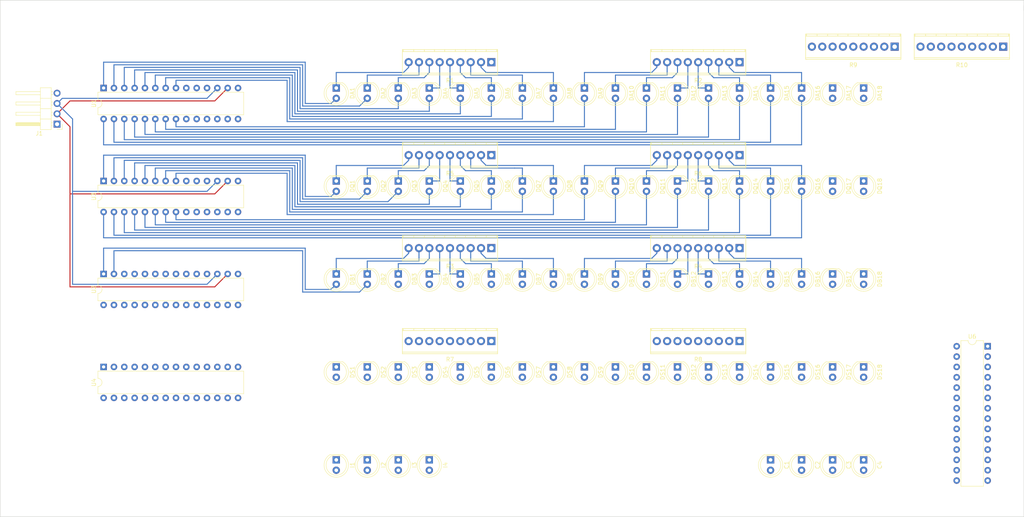
<source format=kicad_pcb>
(kicad_pcb (version 4) (host pcbnew 4.0.6)
  (layers (0 F.Cu signal) (31 B.Cu signal) (34 B.Paste user) (35 F.Paste user) (36 B.SilkS user) (37 F.SilkS user) (38 B.Mask user) (39 F.Mask user) (44 Edge.Cuts user))
  (net 0 "")
  (net 1 "Net-(C1-Pad1)")
  (net 2 "Net-(C1-Pad2)")
  (net 3 "Net-(C2-Pad1)")
  (net 4 "Net-(C2-Pad2)")
  (net 5 "Net-(C3-Pad1)")
  (net 6 "Net-(C3-Pad2)")
  (net 7 "Net-(C4-Pad1)")
  (net 8 "Net-(C4-Pad2)")
  (net 9 "Net-(DA1-Pad1)")
  (net 10 "Net-(DA1-Pad2)")
  (net 11 "Net-(DA2-Pad1)")
  (net 12 "Net-(DA2-Pad2)")
  (net 13 "Net-(DA3-Pad1)")
  (net 14 "Net-(DA3-Pad2)")
  (net 15 "Net-(DA4-Pad1)")
  (net 16 "Net-(DA4-Pad2)")
  (net 17 "Net-(DA5-Pad1)")
  (net 18 "Net-(DA5-Pad2)")
  (net 19 "Net-(DA6-Pad1)")
  (net 20 "Net-(DA6-Pad2)")
  (net 21 "Net-(DA7-Pad1)")
  (net 22 "Net-(DA7-Pad2)")
  (net 23 "Net-(DA8-Pad1)")
  (net 24 "Net-(DA8-Pad2)")
  (net 25 "Net-(DA9-Pad1)")
  (net 26 "Net-(DA9-Pad2)")
  (net 27 "Net-(DA10-Pad1)")
  (net 28 "Net-(DA10-Pad2)")
  (net 29 "Net-(DA11-Pad1)")
  (net 30 "Net-(DA11-Pad2)")
  (net 31 "Net-(DA12-Pad1)")
  (net 32 "Net-(DA12-Pad2)")
  (net 33 "Net-(DA13-Pad1)")
  (net 34 "Net-(DA13-Pad2)")
  (net 35 "Net-(DA14-Pad1)")
  (net 36 "Net-(DA14-Pad2)")
  (net 37 "Net-(DA15-Pad1)")
  (net 38 "Net-(DA15-Pad2)")
  (net 39 "Net-(DA16-Pad1)")
  (net 40 "Net-(DA16-Pad2)")
  (net 41 "Net-(DA17-Pad1)")
  (net 42 "Net-(DA17-Pad2)")
  (net 43 "Net-(DA18-Pad1)")
  (net 44 "Net-(DA18-Pad2)")
  (net 45 "Net-(DB1-Pad1)")
  (net 46 "Net-(DB1-Pad2)")
  (net 47 "Net-(DB2-Pad1)")
  (net 48 "Net-(DB2-Pad2)")
  (net 49 "Net-(DB3-Pad1)")
  (net 50 "Net-(DB3-Pad2)")
  (net 51 "Net-(DB4-Pad1)")
  (net 52 "Net-(DB4-Pad2)")
  (net 53 "Net-(DB5-Pad1)")
  (net 54 "Net-(DB5-Pad2)")
  (net 55 "Net-(DB6-Pad1)")
  (net 56 "Net-(DB6-Pad2)")
  (net 57 "Net-(DB7-Pad1)")
  (net 58 "Net-(DB7-Pad2)")
  (net 59 "Net-(DB8-Pad1)")
  (net 60 "Net-(DB8-Pad2)")
  (net 61 "Net-(DB9-Pad1)")
  (net 62 "Net-(DB9-Pad2)")
  (net 63 "Net-(DB10-Pad1)")
  (net 64 "Net-(DB10-Pad2)")
  (net 65 "Net-(DB11-Pad1)")
  (net 66 "Net-(DB11-Pad2)")
  (net 67 "Net-(DB12-Pad1)")
  (net 68 "Net-(DB12-Pad2)")
  (net 69 "Net-(DB13-Pad1)")
  (net 70 "Net-(DB13-Pad2)")
  (net 71 "Net-(DB14-Pad1)")
  (net 72 "Net-(DB14-Pad2)")
  (net 73 "Net-(DB15-Pad1)")
  (net 74 "Net-(DB15-Pad2)")
  (net 75 "Net-(DB16-Pad1)")
  (net 76 "Net-(DB16-Pad2)")
  (net 77 "Net-(DB17-Pad1)")
  (net 78 "Net-(DB17-Pad2)")
  (net 79 "Net-(DB18-Pad1)")
  (net 80 "Net-(DB18-Pad2)")
  (net 81 "Net-(DQ1-Pad1)")
  (net 82 "Net-(DQ1-Pad2)")
  (net 83 "Net-(DQ2-Pad1)")
  (net 84 "Net-(DQ2-Pad2)")
  (net 85 "Net-(DQ3-Pad1)")
  (net 86 "Net-(DQ3-Pad2)")
  (net 87 "Net-(DQ4-Pad1)")
  (net 88 "Net-(DQ4-Pad2)")
  (net 89 "Net-(DQ5-Pad1)")
  (net 90 "Net-(DQ5-Pad2)")
  (net 91 "Net-(DQ6-Pad1)")
  (net 92 "Net-(DQ6-Pad2)")
  (net 93 "Net-(DQ7-Pad1)")
  (net 94 "Net-(DQ7-Pad2)")
  (net 95 "Net-(DQ8-Pad1)")
  (net 96 "Net-(DQ8-Pad2)")
  (net 97 "Net-(DQ9-Pad1)")
  (net 98 "Net-(DQ9-Pad2)")
  (net 99 "Net-(DQ10-Pad1)")
  (net 100 "Net-(DQ10-Pad2)")
  (net 101 "Net-(DQ11-Pad1)")
  (net 102 "Net-(DQ11-Pad2)")
  (net 103 "Net-(DQ12-Pad1)")
  (net 104 "Net-(DQ12-Pad2)")
  (net 105 "Net-(DQ13-Pad1)")
  (net 106 "Net-(DQ13-Pad2)")
  (net 107 "Net-(DQ14-Pad1)")
  (net 108 "Net-(DQ14-Pad2)")
  (net 109 "Net-(DQ15-Pad1)")
  (net 110 "Net-(DQ15-Pad2)")
  (net 111 "Net-(DQ16-Pad1)")
  (net 112 "Net-(DQ16-Pad2)")
  (net 113 "Net-(DQ17-Pad1)")
  (net 114 "Net-(DQ17-Pad2)")
  (net 115 "Net-(DQ18-Pad1)")
  (net 116 "Net-(DQ18-Pad2)")
  (net 117 "Net-(DS1-Pad1)")
  (net 118 "Net-(DS1-Pad2)")
  (net 119 "Net-(DS2-Pad1)")
  (net 120 "Net-(DS2-Pad2)")
  (net 121 "Net-(DS3-Pad1)")
  (net 122 "Net-(DS3-Pad2)")
  (net 123 "Net-(DS4-Pad1)")
  (net 124 "Net-(DS4-Pad2)")
  (net 125 "Net-(DS5-Pad1)")
  (net 126 "Net-(DS5-Pad2)")
  (net 127 "Net-(DS6-Pad1)")
  (net 128 "Net-(DS6-Pad2)")
  (net 129 "Net-(DS7-Pad1)")
  (net 130 "Net-(DS7-Pad2)")
  (net 131 "Net-(DS8-Pad1)")
  (net 132 "Net-(DS8-Pad2)")
  (net 133 "Net-(DS9-Pad1)")
  (net 134 "Net-(DS9-Pad2)")
  (net 135 "Net-(DS10-Pad1)")
  (net 136 "Net-(DS10-Pad2)")
  (net 137 "Net-(DS11-Pad1)")
  (net 138 "Net-(DS11-Pad2)")
  (net 139 "Net-(DS12-Pad1)")
  (net 140 "Net-(DS12-Pad2)")
  (net 141 "Net-(DS13-Pad1)")
  (net 142 "Net-(DS13-Pad2)")
  (net 143 "Net-(DS14-Pad1)")
  (net 144 "Net-(DS14-Pad2)")
  (net 145 "Net-(DS15-Pad1)")
  (net 146 "Net-(DS15-Pad2)")
  (net 147 "Net-(DS16-Pad1)")
  (net 148 "Net-(DS16-Pad2)")
  (net 149 "Net-(DS17-Pad1)")
  (net 150 "Net-(DS17-Pad2)")
  (net 151 "Net-(DS18-Pad1)")
  (net 152 "Net-(DS18-Pad2)")
  (net 153 "Net-(I1-Pad1)")
  (net 154 "Net-(I1-Pad2)")
  (net 155 "Net-(I2-Pad1)")
  (net 156 "Net-(I2-Pad2)")
  (net 157 "Net-(I3-Pad1)")
  (net 158 "Net-(I3-Pad2)")
  (net 159 "Net-(I4-Pad1)")
  (net 160 "Net-(I4-Pad2)")
  (net 161 +5v)
  (net 162 SCL)
  (net 163 SDA)
  (net 164 0v)
  (net 165 "Net-(U1-Pad19)")
  (net 166 "Net-(U1-Pad20)")
  (net 167 "Net-(U2-Pad19)")
  (net 168 "Net-(U2-Pad20)")
  (net 169 "Net-(U3-Pad19)")
  (net 170 "Net-(U3-Pad20)")
  (net 171 "Net-(U4-Pad19)")
  (net 172 "Net-(U4-Pad20)")
  (net 173 "Net-(U6-Pad19)")
  (net 174 "Net-(U6-Pad20)")
  (module LEDs:LED_D5.0mm (layer F.Cu) (at 204.47 129.54 270)
    (fp_text reference C1 (at 1.27 -3.96 270) (layer F.SilkS))
    (fp_text value LED)
    (pad 1 thru_hole rect (at 0 0 270) (size 1.8 1.8) (drill 0.9) (layers *.Cu *.Mask) (net 1 "Net-(C1-Pad1)"))
    (pad 2 thru_hole circle (at 2.54 0 270) (size 1.8 1.8) (drill 0.9) (layers *.Cu *.Mask) (net 2 "Net-(C1-Pad2)"))
  )
  (module LEDs:LED_D5.0mm (layer F.Cu) (at 212.09 129.54 270)
    (fp_text reference C2 (at 1.27 -3.96 270) (layer F.SilkS))
    (fp_text value LED)
    (pad 1 thru_hole rect (at 0 0 270) (size 1.8 1.8) (drill 0.9) (layers *.Cu *.Mask) (net 3 "Net-(C2-Pad1)"))
    (pad 2 thru_hole circle (at 2.54 0 270) (size 1.8 1.8) (drill 0.9) (layers *.Cu *.Mask) (net 4 "Net-(C2-Pad2)"))
  )
  (module LEDs:LED_D5.0mm (layer F.Cu) (at 219.71 129.54 270)
    (fp_text reference C3 (at 1.27 -3.96 270) (layer F.SilkS))
    (fp_text value LED)
    (pad 1 thru_hole rect (at 0 0 270) (size 1.8 1.8) (drill 0.9) (layers *.Cu *.Mask) (net 5 "Net-(C3-Pad1)"))
    (pad 2 thru_hole circle (at 2.54 0 270) (size 1.8 1.8) (drill 0.9) (layers *.Cu *.Mask) (net 6 "Net-(C3-Pad2)"))
  )
  (module LEDs:LED_D5.0mm (layer F.Cu) (at 227.33 129.54 270)
    (fp_text reference C4 (at 1.27 -3.96 270) (layer F.SilkS))
    (fp_text value LED)
    (pad 1 thru_hole rect (at 0 0 270) (size 1.8 1.8) (drill 0.9) (layers *.Cu *.Mask) (net 7 "Net-(C4-Pad1)"))
    (pad 2 thru_hole circle (at 2.54 0 270) (size 1.8 1.8) (drill 0.9) (layers *.Cu *.Mask) (net 8 "Net-(C4-Pad2)"))
  )
  (module LEDs:LED_D5.0mm (layer F.Cu) (at 97.79 38.1 270)
    (fp_text reference DA1 (at 1.27 -3.96 270) (layer F.SilkS))
    (fp_text value LED)
    (pad 1 thru_hole rect (at 0 0 270) (size 1.8 1.8) (drill 0.9) (layers *.Cu *.Mask) (net 9 "Net-(DA1-Pad1)"))
    (pad 2 thru_hole circle (at 2.54 0 270) (size 1.8 1.8) (drill 0.9) (layers *.Cu *.Mask) (net 10 "Net-(DA1-Pad2)"))
  )
  (module LEDs:LED_D5.0mm (layer F.Cu) (at 105.41 38.1 270)
    (fp_text reference DA2 (at 1.27 -3.96 270) (layer F.SilkS))
    (fp_text value LED)
    (pad 1 thru_hole rect (at 0 0 270) (size 1.8 1.8) (drill 0.9) (layers *.Cu *.Mask) (net 11 "Net-(DA2-Pad1)"))
    (pad 2 thru_hole circle (at 2.54 0 270) (size 1.8 1.8) (drill 0.9) (layers *.Cu *.Mask) (net 12 "Net-(DA2-Pad2)"))
  )
  (module LEDs:LED_D5.0mm (layer F.Cu) (at 113.03 38.1 270)
    (fp_text reference DA3 (at 1.27 -3.96 270) (layer F.SilkS))
    (fp_text value LED)
    (pad 1 thru_hole rect (at 0 0 270) (size 1.8 1.8) (drill 0.9) (layers *.Cu *.Mask) (net 13 "Net-(DA3-Pad1)"))
    (pad 2 thru_hole circle (at 2.54 0 270) (size 1.8 1.8) (drill 0.9) (layers *.Cu *.Mask) (net 14 "Net-(DA3-Pad2)"))
  )
  (module LEDs:LED_D5.0mm (layer F.Cu) (at 120.65 38.1 270)
    (fp_text reference DA4 (at 1.27 -3.96 270) (layer F.SilkS))
    (fp_text value LED)
    (pad 1 thru_hole rect (at 0 0 270) (size 1.8 1.8) (drill 0.9) (layers *.Cu *.Mask) (net 15 "Net-(DA4-Pad1)"))
    (pad 2 thru_hole circle (at 2.54 0 270) (size 1.8 1.8) (drill 0.9) (layers *.Cu *.Mask) (net 16 "Net-(DA4-Pad2)"))
  )
  (module LEDs:LED_D5.0mm (layer F.Cu) (at 128.27 38.1 270)
    (fp_text reference DA5 (at 1.27 -3.96 270) (layer F.SilkS))
    (fp_text value LED)
    (pad 1 thru_hole rect (at 0 0 270) (size 1.8 1.8) (drill 0.9) (layers *.Cu *.Mask) (net 17 "Net-(DA5-Pad1)"))
    (pad 2 thru_hole circle (at 2.54 0 270) (size 1.8 1.8) (drill 0.9) (layers *.Cu *.Mask) (net 18 "Net-(DA5-Pad2)"))
  )
  (module LEDs:LED_D5.0mm (layer F.Cu) (at 135.89 38.1 270)
    (fp_text reference DA6 (at 1.27 -3.96 270) (layer F.SilkS))
    (fp_text value LED)
    (pad 1 thru_hole rect (at 0 0 270) (size 1.8 1.8) (drill 0.9) (layers *.Cu *.Mask) (net 19 "Net-(DA6-Pad1)"))
    (pad 2 thru_hole circle (at 2.54 0 270) (size 1.8 1.8) (drill 0.9) (layers *.Cu *.Mask) (net 20 "Net-(DA6-Pad2)"))
  )
  (module LEDs:LED_D5.0mm (layer F.Cu) (at 143.51 38.1 270)
    (fp_text reference DA7 (at 1.27 -3.96 270) (layer F.SilkS))
    (fp_text value LED)
    (pad 1 thru_hole rect (at 0 0 270) (size 1.8 1.8) (drill 0.9) (layers *.Cu *.Mask) (net 21 "Net-(DA7-Pad1)"))
    (pad 2 thru_hole circle (at 2.54 0 270) (size 1.8 1.8) (drill 0.9) (layers *.Cu *.Mask) (net 22 "Net-(DA7-Pad2)"))
  )
  (module LEDs:LED_D5.0mm (layer F.Cu) (at 151.13 38.1 270)
    (fp_text reference DA8 (at 1.27 -3.96 270) (layer F.SilkS))
    (fp_text value LED)
    (pad 1 thru_hole rect (at 0 0 270) (size 1.8 1.8) (drill 0.9) (layers *.Cu *.Mask) (net 23 "Net-(DA8-Pad1)"))
    (pad 2 thru_hole circle (at 2.54 0 270) (size 1.8 1.8) (drill 0.9) (layers *.Cu *.Mask) (net 24 "Net-(DA8-Pad2)"))
  )
  (module LEDs:LED_D5.0mm (layer F.Cu) (at 158.75 38.1 270)
    (fp_text reference DA9 (at 1.27 -3.96 270) (layer F.SilkS))
    (fp_text value LED)
    (pad 1 thru_hole rect (at 0 0 270) (size 1.8 1.8) (drill 0.9) (layers *.Cu *.Mask) (net 25 "Net-(DA9-Pad1)"))
    (pad 2 thru_hole circle (at 2.54 0 270) (size 1.8 1.8) (drill 0.9) (layers *.Cu *.Mask) (net 26 "Net-(DA9-Pad2)"))
  )
  (module LEDs:LED_D5.0mm (layer F.Cu) (at 166.37 38.1 270)
    (fp_text reference DA10 (at 1.27 -3.96 270) (layer F.SilkS))
    (fp_text value LED)
    (pad 1 thru_hole rect (at 0 0 270) (size 1.8 1.8) (drill 0.9) (layers *.Cu *.Mask) (net 27 "Net-(DA10-Pad1)"))
    (pad 2 thru_hole circle (at 2.54 0 270) (size 1.8 1.8) (drill 0.9) (layers *.Cu *.Mask) (net 28 "Net-(DA10-Pad2)"))
  )
  (module LEDs:LED_D5.0mm (layer F.Cu) (at 173.99 38.1 270)
    (fp_text reference DA11 (at 1.27 -3.96 270) (layer F.SilkS))
    (fp_text value LED)
    (pad 1 thru_hole rect (at 0 0 270) (size 1.8 1.8) (drill 0.9) (layers *.Cu *.Mask) (net 29 "Net-(DA11-Pad1)"))
    (pad 2 thru_hole circle (at 2.54 0 270) (size 1.8 1.8) (drill 0.9) (layers *.Cu *.Mask) (net 30 "Net-(DA11-Pad2)"))
  )
  (module LEDs:LED_D5.0mm (layer F.Cu) (at 181.61 38.1 270)
    (fp_text reference DA12 (at 1.27 -3.96 270) (layer F.SilkS))
    (fp_text value LED)
    (pad 1 thru_hole rect (at 0 0 270) (size 1.8 1.8) (drill 0.9) (layers *.Cu *.Mask) (net 31 "Net-(DA12-Pad1)"))
    (pad 2 thru_hole circle (at 2.54 0 270) (size 1.8 1.8) (drill 0.9) (layers *.Cu *.Mask) (net 32 "Net-(DA12-Pad2)"))
  )
  (module LEDs:LED_D5.0mm (layer F.Cu) (at 189.23 38.1 270)
    (fp_text reference DA13 (at 1.27 -3.96 270) (layer F.SilkS))
    (fp_text value LED)
    (pad 1 thru_hole rect (at 0 0 270) (size 1.8 1.8) (drill 0.9) (layers *.Cu *.Mask) (net 33 "Net-(DA13-Pad1)"))
    (pad 2 thru_hole circle (at 2.54 0 270) (size 1.8 1.8) (drill 0.9) (layers *.Cu *.Mask) (net 34 "Net-(DA13-Pad2)"))
  )
  (module LEDs:LED_D5.0mm (layer F.Cu) (at 196.85 38.1 270)
    (fp_text reference DA14 (at 1.27 -3.96 270) (layer F.SilkS))
    (fp_text value LED)
    (pad 1 thru_hole rect (at 0 0 270) (size 1.8 1.8) (drill 0.9) (layers *.Cu *.Mask) (net 35 "Net-(DA14-Pad1)"))
    (pad 2 thru_hole circle (at 2.54 0 270) (size 1.8 1.8) (drill 0.9) (layers *.Cu *.Mask) (net 36 "Net-(DA14-Pad2)"))
  )
  (module LEDs:LED_D5.0mm (layer F.Cu) (at 204.47 38.1 270)
    (fp_text reference DA15 (at 1.27 -3.96 270) (layer F.SilkS))
    (fp_text value LED)
    (pad 1 thru_hole rect (at 0 0 270) (size 1.8 1.8) (drill 0.9) (layers *.Cu *.Mask) (net 37 "Net-(DA15-Pad1)"))
    (pad 2 thru_hole circle (at 2.54 0 270) (size 1.8 1.8) (drill 0.9) (layers *.Cu *.Mask) (net 38 "Net-(DA15-Pad2)"))
  )
  (module LEDs:LED_D5.0mm (layer F.Cu) (at 212.09 38.1 270)
    (fp_text reference DA16 (at 1.27 -3.96 270) (layer F.SilkS))
    (fp_text value LED)
    (pad 1 thru_hole rect (at 0 0 270) (size 1.8 1.8) (drill 0.9) (layers *.Cu *.Mask) (net 39 "Net-(DA16-Pad1)"))
    (pad 2 thru_hole circle (at 2.54 0 270) (size 1.8 1.8) (drill 0.9) (layers *.Cu *.Mask) (net 40 "Net-(DA16-Pad2)"))
  )
  (module LEDs:LED_D5.0mm (layer F.Cu) (at 219.71 38.1 270)
    (fp_text reference DA17 (at 1.27 -3.96 270) (layer F.SilkS))
    (fp_text value LED)
    (pad 1 thru_hole rect (at 0 0 270) (size 1.8 1.8) (drill 0.9) (layers *.Cu *.Mask) (net 41 "Net-(DA17-Pad1)"))
    (pad 2 thru_hole circle (at 2.54 0 270) (size 1.8 1.8) (drill 0.9) (layers *.Cu *.Mask) (net 42 "Net-(DA17-Pad2)"))
  )
  (module LEDs:LED_D5.0mm (layer F.Cu) (at 227.33 38.1 270)
    (fp_text reference DA18 (at 1.27 -3.96 270) (layer F.SilkS))
    (fp_text value LED)
    (pad 1 thru_hole rect (at 0 0 270) (size 1.8 1.8) (drill 0.9) (layers *.Cu *.Mask) (net 43 "Net-(DA18-Pad1)"))
    (pad 2 thru_hole circle (at 2.54 0 270) (size 1.8 1.8) (drill 0.9) (layers *.Cu *.Mask) (net 44 "Net-(DA18-Pad2)"))
  )
  (module LEDs:LED_D5.0mm (layer F.Cu) (at 97.79 83.82 270)
    (fp_text reference DB1 (at 1.27 -3.96 270) (layer F.SilkS))
    (fp_text value LED)
    (pad 1 thru_hole rect (at 0 0 270) (size 1.8 1.8) (drill 0.9) (layers *.Cu *.Mask) (net 45 "Net-(DB1-Pad1)"))
    (pad 2 thru_hole circle (at 2.54 0 270) (size 1.8 1.8) (drill 0.9) (layers *.Cu *.Mask) (net 46 "Net-(DB1-Pad2)"))
  )
  (module LEDs:LED_D5.0mm (layer F.Cu) (at 105.41 83.82 270)
    (fp_text reference DB2 (at 1.27 -3.96 270) (layer F.SilkS))
    (fp_text value LED)
    (pad 1 thru_hole rect (at 0 0 270) (size 1.8 1.8) (drill 0.9) (layers *.Cu *.Mask) (net 47 "Net-(DB2-Pad1)"))
    (pad 2 thru_hole circle (at 2.54 0 270) (size 1.8 1.8) (drill 0.9) (layers *.Cu *.Mask) (net 48 "Net-(DB2-Pad2)"))
  )
  (module LEDs:LED_D5.0mm (layer F.Cu) (at 113.03 83.82 270)
    (fp_text reference DB3 (at 1.27 -3.96 270) (layer F.SilkS))
    (fp_text value LED)
    (pad 1 thru_hole rect (at 0 0 270) (size 1.8 1.8) (drill 0.9) (layers *.Cu *.Mask) (net 49 "Net-(DB3-Pad1)"))
    (pad 2 thru_hole circle (at 2.54 0 270) (size 1.8 1.8) (drill 0.9) (layers *.Cu *.Mask) (net 50 "Net-(DB3-Pad2)"))
  )
  (module LEDs:LED_D5.0mm (layer F.Cu) (at 120.65 83.82 270)
    (fp_text reference DB4 (at 1.27 -3.96 270) (layer F.SilkS))
    (fp_text value LED)
    (pad 1 thru_hole rect (at 0 0 270) (size 1.8 1.8) (drill 0.9) (layers *.Cu *.Mask) (net 51 "Net-(DB4-Pad1)"))
    (pad 2 thru_hole circle (at 2.54 0 270) (size 1.8 1.8) (drill 0.9) (layers *.Cu *.Mask) (net 52 "Net-(DB4-Pad2)"))
  )
  (module LEDs:LED_D5.0mm (layer F.Cu) (at 128.27 83.82 270)
    (fp_text reference DB5 (at 1.27 -3.96 270) (layer F.SilkS))
    (fp_text value LED)
    (pad 1 thru_hole rect (at 0 0 270) (size 1.8 1.8) (drill 0.9) (layers *.Cu *.Mask) (net 53 "Net-(DB5-Pad1)"))
    (pad 2 thru_hole circle (at 2.54 0 270) (size 1.8 1.8) (drill 0.9) (layers *.Cu *.Mask) (net 54 "Net-(DB5-Pad2)"))
  )
  (module LEDs:LED_D5.0mm (layer F.Cu) (at 135.89 83.82 270)
    (fp_text reference DB6 (at 1.27 -3.96 270) (layer F.SilkS))
    (fp_text value LED)
    (pad 1 thru_hole rect (at 0 0 270) (size 1.8 1.8) (drill 0.9) (layers *.Cu *.Mask) (net 55 "Net-(DB6-Pad1)"))
    (pad 2 thru_hole circle (at 2.54 0 270) (size 1.8 1.8) (drill 0.9) (layers *.Cu *.Mask) (net 56 "Net-(DB6-Pad2)"))
  )
  (module LEDs:LED_D5.0mm (layer F.Cu) (at 143.51 83.82 270)
    (fp_text reference DB7 (at 1.27 -3.96 270) (layer F.SilkS))
    (fp_text value LED)
    (pad 1 thru_hole rect (at 0 0 270) (size 1.8 1.8) (drill 0.9) (layers *.Cu *.Mask) (net 57 "Net-(DB7-Pad1)"))
    (pad 2 thru_hole circle (at 2.54 0 270) (size 1.8 1.8) (drill 0.9) (layers *.Cu *.Mask) (net 58 "Net-(DB7-Pad2)"))
  )
  (module LEDs:LED_D5.0mm (layer F.Cu) (at 151.13 83.82 270)
    (fp_text reference DB8 (at 1.27 -3.96 270) (layer F.SilkS))
    (fp_text value LED)
    (pad 1 thru_hole rect (at 0 0 270) (size 1.8 1.8) (drill 0.9) (layers *.Cu *.Mask) (net 59 "Net-(DB8-Pad1)"))
    (pad 2 thru_hole circle (at 2.54 0 270) (size 1.8 1.8) (drill 0.9) (layers *.Cu *.Mask) (net 60 "Net-(DB8-Pad2)"))
  )
  (module LEDs:LED_D5.0mm (layer F.Cu) (at 158.75 83.82 270)
    (fp_text reference DB9 (at 1.27 -3.96 270) (layer F.SilkS))
    (fp_text value LED)
    (pad 1 thru_hole rect (at 0 0 270) (size 1.8 1.8) (drill 0.9) (layers *.Cu *.Mask) (net 61 "Net-(DB9-Pad1)"))
    (pad 2 thru_hole circle (at 2.54 0 270) (size 1.8 1.8) (drill 0.9) (layers *.Cu *.Mask) (net 62 "Net-(DB9-Pad2)"))
  )
  (module LEDs:LED_D5.0mm (layer F.Cu) (at 166.37 83.82 270)
    (fp_text reference DB10 (at 1.27 -3.96 270) (layer F.SilkS))
    (fp_text value LED)
    (pad 1 thru_hole rect (at 0 0 270) (size 1.8 1.8) (drill 0.9) (layers *.Cu *.Mask) (net 63 "Net-(DB10-Pad1)"))
    (pad 2 thru_hole circle (at 2.54 0 270) (size 1.8 1.8) (drill 0.9) (layers *.Cu *.Mask) (net 64 "Net-(DB10-Pad2)"))
  )
  (module LEDs:LED_D5.0mm (layer F.Cu) (at 173.99 83.82 270)
    (fp_text reference DB11 (at 1.27 -3.96 270) (layer F.SilkS))
    (fp_text value LED)
    (pad 1 thru_hole rect (at 0 0 270) (size 1.8 1.8) (drill 0.9) (layers *.Cu *.Mask) (net 65 "Net-(DB11-Pad1)"))
    (pad 2 thru_hole circle (at 2.54 0 270) (size 1.8 1.8) (drill 0.9) (layers *.Cu *.Mask) (net 66 "Net-(DB11-Pad2)"))
  )
  (module LEDs:LED_D5.0mm (layer F.Cu) (at 181.61 83.82 270)
    (fp_text reference DB12 (at 1.27 -3.96 270) (layer F.SilkS))
    (fp_text value LED)
    (pad 1 thru_hole rect (at 0 0 270) (size 1.8 1.8) (drill 0.9) (layers *.Cu *.Mask) (net 67 "Net-(DB12-Pad1)"))
    (pad 2 thru_hole circle (at 2.54 0 270) (size 1.8 1.8) (drill 0.9) (layers *.Cu *.Mask) (net 68 "Net-(DB12-Pad2)"))
  )
  (module LEDs:LED_D5.0mm (layer F.Cu) (at 189.23 83.82 270)
    (fp_text reference DB13 (at 1.27 -3.96 270) (layer F.SilkS))
    (fp_text value LED)
    (pad 1 thru_hole rect (at 0 0 270) (size 1.8 1.8) (drill 0.9) (layers *.Cu *.Mask) (net 69 "Net-(DB13-Pad1)"))
    (pad 2 thru_hole circle (at 2.54 0 270) (size 1.8 1.8) (drill 0.9) (layers *.Cu *.Mask) (net 70 "Net-(DB13-Pad2)"))
  )
  (module LEDs:LED_D5.0mm (layer F.Cu) (at 196.85 83.82 270)
    (fp_text reference DB14 (at 1.27 -3.96 270) (layer F.SilkS))
    (fp_text value LED)
    (pad 1 thru_hole rect (at 0 0 270) (size 1.8 1.8) (drill 0.9) (layers *.Cu *.Mask) (net 71 "Net-(DB14-Pad1)"))
    (pad 2 thru_hole circle (at 2.54 0 270) (size 1.8 1.8) (drill 0.9) (layers *.Cu *.Mask) (net 72 "Net-(DB14-Pad2)"))
  )
  (module LEDs:LED_D5.0mm (layer F.Cu) (at 204.47 83.82 270)
    (fp_text reference DB15 (at 1.27 -3.96 270) (layer F.SilkS))
    (fp_text value LED)
    (pad 1 thru_hole rect (at 0 0 270) (size 1.8 1.8) (drill 0.9) (layers *.Cu *.Mask) (net 73 "Net-(DB15-Pad1)"))
    (pad 2 thru_hole circle (at 2.54 0 270) (size 1.8 1.8) (drill 0.9) (layers *.Cu *.Mask) (net 74 "Net-(DB15-Pad2)"))
  )
  (module LEDs:LED_D5.0mm (layer F.Cu) (at 212.09 83.82 270)
    (fp_text reference DB16 (at 1.27 -3.96 270) (layer F.SilkS))
    (fp_text value LED)
    (pad 1 thru_hole rect (at 0 0 270) (size 1.8 1.8) (drill 0.9) (layers *.Cu *.Mask) (net 75 "Net-(DB16-Pad1)"))
    (pad 2 thru_hole circle (at 2.54 0 270) (size 1.8 1.8) (drill 0.9) (layers *.Cu *.Mask) (net 76 "Net-(DB16-Pad2)"))
  )
  (module LEDs:LED_D5.0mm (layer F.Cu) (at 219.71 83.82 270)
    (fp_text reference DB17 (at 1.27 -3.96 270) (layer F.SilkS))
    (fp_text value LED)
    (pad 1 thru_hole rect (at 0 0 270) (size 1.8 1.8) (drill 0.9) (layers *.Cu *.Mask) (net 77 "Net-(DB17-Pad1)"))
    (pad 2 thru_hole circle (at 2.54 0 270) (size 1.8 1.8) (drill 0.9) (layers *.Cu *.Mask) (net 78 "Net-(DB17-Pad2)"))
  )
  (module LEDs:LED_D5.0mm (layer F.Cu) (at 227.33 83.82 270)
    (fp_text reference DB18 (at 1.27 -3.96 270) (layer F.SilkS))
    (fp_text value LED)
    (pad 1 thru_hole rect (at 0 0 270) (size 1.8 1.8) (drill 0.9) (layers *.Cu *.Mask) (net 79 "Net-(DB18-Pad1)"))
    (pad 2 thru_hole circle (at 2.54 0 270) (size 1.8 1.8) (drill 0.9) (layers *.Cu *.Mask) (net 80 "Net-(DB18-Pad2)"))
  )
  (module LEDs:LED_D5.0mm (layer F.Cu) (at 97.79 60.96 270)
    (fp_text reference DQ1 (at 1.27 -3.96 270) (layer F.SilkS))
    (fp_text value LED)
    (pad 1 thru_hole rect (at 0 0 270) (size 1.8 1.8) (drill 0.9) (layers *.Cu *.Mask) (net 81 "Net-(DQ1-Pad1)"))
    (pad 2 thru_hole circle (at 2.54 0 270) (size 1.8 1.8) (drill 0.9) (layers *.Cu *.Mask) (net 82 "Net-(DQ1-Pad2)"))
  )
  (module LEDs:LED_D5.0mm (layer F.Cu) (at 105.41 60.96 270)
    (fp_text reference DQ2 (at 1.27 -3.96 270) (layer F.SilkS))
    (fp_text value LED)
    (pad 1 thru_hole rect (at 0 0 270) (size 1.8 1.8) (drill 0.9) (layers *.Cu *.Mask) (net 83 "Net-(DQ2-Pad1)"))
    (pad 2 thru_hole circle (at 2.54 0 270) (size 1.8 1.8) (drill 0.9) (layers *.Cu *.Mask) (net 84 "Net-(DQ2-Pad2)"))
  )
  (module LEDs:LED_D5.0mm (layer F.Cu) (at 113.03 60.96 270)
    (fp_text reference DQ3 (at 1.27 -3.96 270) (layer F.SilkS))
    (fp_text value LED)
    (pad 1 thru_hole rect (at 0 0 270) (size 1.8 1.8) (drill 0.9) (layers *.Cu *.Mask) (net 85 "Net-(DQ3-Pad1)"))
    (pad 2 thru_hole circle (at 2.54 0 270) (size 1.8 1.8) (drill 0.9) (layers *.Cu *.Mask) (net 86 "Net-(DQ3-Pad2)"))
  )
  (module LEDs:LED_D5.0mm (layer F.Cu) (at 120.65 60.96 270)
    (fp_text reference DQ4 (at 1.27 -3.96 270) (layer F.SilkS))
    (fp_text value LED)
    (pad 1 thru_hole rect (at 0 0 270) (size 1.8 1.8) (drill 0.9) (layers *.Cu *.Mask) (net 87 "Net-(DQ4-Pad1)"))
    (pad 2 thru_hole circle (at 2.54 0 270) (size 1.8 1.8) (drill 0.9) (layers *.Cu *.Mask) (net 88 "Net-(DQ4-Pad2)"))
  )
  (module LEDs:LED_D5.0mm (layer F.Cu) (at 128.27 60.96 270)
    (fp_text reference DQ5 (at 1.27 -3.96 270) (layer F.SilkS))
    (fp_text value LED)
    (pad 1 thru_hole rect (at 0 0 270) (size 1.8 1.8) (drill 0.9) (layers *.Cu *.Mask) (net 89 "Net-(DQ5-Pad1)"))
    (pad 2 thru_hole circle (at 2.54 0 270) (size 1.8 1.8) (drill 0.9) (layers *.Cu *.Mask) (net 90 "Net-(DQ5-Pad2)"))
  )
  (module LEDs:LED_D5.0mm (layer F.Cu) (at 135.89 60.96 270)
    (fp_text reference DQ6 (at 1.27 -3.96 270) (layer F.SilkS))
    (fp_text value LED)
    (pad 1 thru_hole rect (at 0 0 270) (size 1.8 1.8) (drill 0.9) (layers *.Cu *.Mask) (net 91 "Net-(DQ6-Pad1)"))
    (pad 2 thru_hole circle (at 2.54 0 270) (size 1.8 1.8) (drill 0.9) (layers *.Cu *.Mask) (net 92 "Net-(DQ6-Pad2)"))
  )
  (module LEDs:LED_D5.0mm (layer F.Cu) (at 143.51 60.96 270)
    (fp_text reference DQ7 (at 1.27 -3.96 270) (layer F.SilkS))
    (fp_text value LED)
    (pad 1 thru_hole rect (at 0 0 270) (size 1.8 1.8) (drill 0.9) (layers *.Cu *.Mask) (net 93 "Net-(DQ7-Pad1)"))
    (pad 2 thru_hole circle (at 2.54 0 270) (size 1.8 1.8) (drill 0.9) (layers *.Cu *.Mask) (net 94 "Net-(DQ7-Pad2)"))
  )
  (module LEDs:LED_D5.0mm (layer F.Cu) (at 151.13 60.96 270)
    (fp_text reference DQ8 (at 1.27 -3.96 270) (layer F.SilkS))
    (fp_text value LED)
    (pad 1 thru_hole rect (at 0 0 270) (size 1.8 1.8) (drill 0.9) (layers *.Cu *.Mask) (net 95 "Net-(DQ8-Pad1)"))
    (pad 2 thru_hole circle (at 2.54 0 270) (size 1.8 1.8) (drill 0.9) (layers *.Cu *.Mask) (net 96 "Net-(DQ8-Pad2)"))
  )
  (module LEDs:LED_D5.0mm (layer F.Cu) (at 158.75 60.96 270)
    (fp_text reference DQ9 (at 1.27 -3.96 270) (layer F.SilkS))
    (fp_text value LED)
    (pad 1 thru_hole rect (at 0 0 270) (size 1.8 1.8) (drill 0.9) (layers *.Cu *.Mask) (net 97 "Net-(DQ9-Pad1)"))
    (pad 2 thru_hole circle (at 2.54 0 270) (size 1.8 1.8) (drill 0.9) (layers *.Cu *.Mask) (net 98 "Net-(DQ9-Pad2)"))
  )
  (module LEDs:LED_D5.0mm (layer F.Cu) (at 166.37 60.96 270)
    (fp_text reference DQ10 (at 1.27 -3.96 270) (layer F.SilkS))
    (fp_text value LED)
    (pad 1 thru_hole rect (at 0 0 270) (size 1.8 1.8) (drill 0.9) (layers *.Cu *.Mask) (net 99 "Net-(DQ10-Pad1)"))
    (pad 2 thru_hole circle (at 2.54 0 270) (size 1.8 1.8) (drill 0.9) (layers *.Cu *.Mask) (net 100 "Net-(DQ10-Pad2)"))
  )
  (module LEDs:LED_D5.0mm (layer F.Cu) (at 173.99 60.96 270)
    (fp_text reference DQ11 (at 1.27 -3.96 270) (layer F.SilkS))
    (fp_text value LED)
    (pad 1 thru_hole rect (at 0 0 270) (size 1.8 1.8) (drill 0.9) (layers *.Cu *.Mask) (net 101 "Net-(DQ11-Pad1)"))
    (pad 2 thru_hole circle (at 2.54 0 270) (size 1.8 1.8) (drill 0.9) (layers *.Cu *.Mask) (net 102 "Net-(DQ11-Pad2)"))
  )
  (module LEDs:LED_D5.0mm (layer F.Cu) (at 181.61 60.96 270)
    (fp_text reference DQ12 (at 1.27 -3.96 270) (layer F.SilkS))
    (fp_text value LED)
    (pad 1 thru_hole rect (at 0 0 270) (size 1.8 1.8) (drill 0.9) (layers *.Cu *.Mask) (net 103 "Net-(DQ12-Pad1)"))
    (pad 2 thru_hole circle (at 2.54 0 270) (size 1.8 1.8) (drill 0.9) (layers *.Cu *.Mask) (net 104 "Net-(DQ12-Pad2)"))
  )
  (module LEDs:LED_D5.0mm (layer F.Cu) (at 189.23 60.96 270)
    (fp_text reference DQ13 (at 1.27 -3.96 270) (layer F.SilkS))
    (fp_text value LED)
    (pad 1 thru_hole rect (at 0 0 270) (size 1.8 1.8) (drill 0.9) (layers *.Cu *.Mask) (net 105 "Net-(DQ13-Pad1)"))
    (pad 2 thru_hole circle (at 2.54 0 270) (size 1.8 1.8) (drill 0.9) (layers *.Cu *.Mask) (net 106 "Net-(DQ13-Pad2)"))
  )
  (module LEDs:LED_D5.0mm (layer F.Cu) (at 196.85 60.96 270)
    (fp_text reference DQ14 (at 1.27 -3.96 270) (layer F.SilkS))
    (fp_text value LED)
    (pad 1 thru_hole rect (at 0 0 270) (size 1.8 1.8) (drill 0.9) (layers *.Cu *.Mask) (net 107 "Net-(DQ14-Pad1)"))
    (pad 2 thru_hole circle (at 2.54 0 270) (size 1.8 1.8) (drill 0.9) (layers *.Cu *.Mask) (net 108 "Net-(DQ14-Pad2)"))
  )
  (module LEDs:LED_D5.0mm (layer F.Cu) (at 204.47 60.96 270)
    (fp_text reference DQ15 (at 1.27 -3.96 270) (layer F.SilkS))
    (fp_text value LED)
    (pad 1 thru_hole rect (at 0 0 270) (size 1.8 1.8) (drill 0.9) (layers *.Cu *.Mask) (net 109 "Net-(DQ15-Pad1)"))
    (pad 2 thru_hole circle (at 2.54 0 270) (size 1.8 1.8) (drill 0.9) (layers *.Cu *.Mask) (net 110 "Net-(DQ15-Pad2)"))
  )
  (module LEDs:LED_D5.0mm (layer F.Cu) (at 212.09 60.96 270)
    (fp_text reference DQ16 (at 1.27 -3.96 270) (layer F.SilkS))
    (fp_text value LED)
    (pad 1 thru_hole rect (at 0 0 270) (size 1.8 1.8) (drill 0.9) (layers *.Cu *.Mask) (net 111 "Net-(DQ16-Pad1)"))
    (pad 2 thru_hole circle (at 2.54 0 270) (size 1.8 1.8) (drill 0.9) (layers *.Cu *.Mask) (net 112 "Net-(DQ16-Pad2)"))
  )
  (module LEDs:LED_D5.0mm (layer F.Cu) (at 219.71 60.96 270)
    (fp_text reference DQ17 (at 1.27 -3.96 270) (layer F.SilkS))
    (fp_text value LED)
    (pad 1 thru_hole rect (at 0 0 270) (size 1.8 1.8) (drill 0.9) (layers *.Cu *.Mask) (net 113 "Net-(DQ17-Pad1)"))
    (pad 2 thru_hole circle (at 2.54 0 270) (size 1.8 1.8) (drill 0.9) (layers *.Cu *.Mask) (net 114 "Net-(DQ17-Pad2)"))
  )
  (module LEDs:LED_D5.0mm (layer F.Cu) (at 227.33 60.96 270)
    (fp_text reference DQ18 (at 1.27 -3.96 270) (layer F.SilkS))
    (fp_text value LED)
    (pad 1 thru_hole rect (at 0 0 270) (size 1.8 1.8) (drill 0.9) (layers *.Cu *.Mask) (net 115 "Net-(DQ18-Pad1)"))
    (pad 2 thru_hole circle (at 2.54 0 270) (size 1.8 1.8) (drill 0.9) (layers *.Cu *.Mask) (net 116 "Net-(DQ18-Pad2)"))
  )
  (module LEDs:LED_D5.0mm (layer F.Cu) (at 97.79 106.68 270)
    (fp_text reference DS1 (at 1.27 -3.96 270) (layer F.SilkS))
    (fp_text value LED)
    (pad 1 thru_hole rect (at 0 0 270) (size 1.8 1.8) (drill 0.9) (layers *.Cu *.Mask) (net 117 "Net-(DS1-Pad1)"))
    (pad 2 thru_hole circle (at 2.54 0 270) (size 1.8 1.8) (drill 0.9) (layers *.Cu *.Mask) (net 118 "Net-(DS1-Pad2)"))
  )
  (module LEDs:LED_D5.0mm (layer F.Cu) (at 105.41 106.68 270)
    (fp_text reference DS2 (at 1.27 -3.96 270) (layer F.SilkS))
    (fp_text value LED)
    (pad 1 thru_hole rect (at 0 0 270) (size 1.8 1.8) (drill 0.9) (layers *.Cu *.Mask) (net 119 "Net-(DS2-Pad1)"))
    (pad 2 thru_hole circle (at 2.54 0 270) (size 1.8 1.8) (drill 0.9) (layers *.Cu *.Mask) (net 120 "Net-(DS2-Pad2)"))
  )
  (module LEDs:LED_D5.0mm (layer F.Cu) (at 113.03 106.68 270)
    (fp_text reference DS3 (at 1.27 -3.96 270) (layer F.SilkS))
    (fp_text value LED)
    (pad 1 thru_hole rect (at 0 0 270) (size 1.8 1.8) (drill 0.9) (layers *.Cu *.Mask) (net 121 "Net-(DS3-Pad1)"))
    (pad 2 thru_hole circle (at 2.54 0 270) (size 1.8 1.8) (drill 0.9) (layers *.Cu *.Mask) (net 122 "Net-(DS3-Pad2)"))
  )
  (module LEDs:LED_D5.0mm (layer F.Cu) (at 120.65 106.68 270)
    (fp_text reference DS4 (at 1.27 -3.96 270) (layer F.SilkS))
    (fp_text value LED)
    (pad 1 thru_hole rect (at 0 0 270) (size 1.8 1.8) (drill 0.9) (layers *.Cu *.Mask) (net 123 "Net-(DS4-Pad1)"))
    (pad 2 thru_hole circle (at 2.54 0 270) (size 1.8 1.8) (drill 0.9) (layers *.Cu *.Mask) (net 124 "Net-(DS4-Pad2)"))
  )
  (module LEDs:LED_D5.0mm (layer F.Cu) (at 128.27 106.68 270)
    (fp_text reference DS5 (at 1.27 -3.96 270) (layer F.SilkS))
    (fp_text value LED)
    (pad 1 thru_hole rect (at 0 0 270) (size 1.8 1.8) (drill 0.9) (layers *.Cu *.Mask) (net 125 "Net-(DS5-Pad1)"))
    (pad 2 thru_hole circle (at 2.54 0 270) (size 1.8 1.8) (drill 0.9) (layers *.Cu *.Mask) (net 126 "Net-(DS5-Pad2)"))
  )
  (module LEDs:LED_D5.0mm (layer F.Cu) (at 135.89 106.68 270)
    (fp_text reference DS6 (at 1.27 -3.96 270) (layer F.SilkS))
    (fp_text value LED)
    (pad 1 thru_hole rect (at 0 0 270) (size 1.8 1.8) (drill 0.9) (layers *.Cu *.Mask) (net 127 "Net-(DS6-Pad1)"))
    (pad 2 thru_hole circle (at 2.54 0 270) (size 1.8 1.8) (drill 0.9) (layers *.Cu *.Mask) (net 128 "Net-(DS6-Pad2)"))
  )
  (module LEDs:LED_D5.0mm (layer F.Cu) (at 143.51 106.68 270)
    (fp_text reference DS7 (at 1.27 -3.96 270) (layer F.SilkS))
    (fp_text value LED)
    (pad 1 thru_hole rect (at 0 0 270) (size 1.8 1.8) (drill 0.9) (layers *.Cu *.Mask) (net 129 "Net-(DS7-Pad1)"))
    (pad 2 thru_hole circle (at 2.54 0 270) (size 1.8 1.8) (drill 0.9) (layers *.Cu *.Mask) (net 130 "Net-(DS7-Pad2)"))
  )
  (module LEDs:LED_D5.0mm (layer F.Cu) (at 151.13 106.68 270)
    (fp_text reference DS8 (at 1.27 -3.96 270) (layer F.SilkS))
    (fp_text value LED)
    (pad 1 thru_hole rect (at 0 0 270) (size 1.8 1.8) (drill 0.9) (layers *.Cu *.Mask) (net 131 "Net-(DS8-Pad1)"))
    (pad 2 thru_hole circle (at 2.54 0 270) (size 1.8 1.8) (drill 0.9) (layers *.Cu *.Mask) (net 132 "Net-(DS8-Pad2)"))
  )
  (module LEDs:LED_D5.0mm (layer F.Cu) (at 158.75 106.68 270)
    (fp_text reference DS9 (at 1.27 -3.96 270) (layer F.SilkS))
    (fp_text value LED)
    (pad 1 thru_hole rect (at 0 0 270) (size 1.8 1.8) (drill 0.9) (layers *.Cu *.Mask) (net 133 "Net-(DS9-Pad1)"))
    (pad 2 thru_hole circle (at 2.54 0 270) (size 1.8 1.8) (drill 0.9) (layers *.Cu *.Mask) (net 134 "Net-(DS9-Pad2)"))
  )
  (module LEDs:LED_D5.0mm (layer F.Cu) (at 166.37 106.68 270)
    (fp_text reference DS10 (at 1.27 -3.96 270) (layer F.SilkS))
    (fp_text value LED)
    (pad 1 thru_hole rect (at 0 0 270) (size 1.8 1.8) (drill 0.9) (layers *.Cu *.Mask) (net 135 "Net-(DS10-Pad1)"))
    (pad 2 thru_hole circle (at 2.54 0 270) (size 1.8 1.8) (drill 0.9) (layers *.Cu *.Mask) (net 136 "Net-(DS10-Pad2)"))
  )
  (module LEDs:LED_D5.0mm (layer F.Cu) (at 173.99 106.68 270)
    (fp_text reference DS11 (at 1.27 -3.96 270) (layer F.SilkS))
    (fp_text value LED)
    (pad 1 thru_hole rect (at 0 0 270) (size 1.8 1.8) (drill 0.9) (layers *.Cu *.Mask) (net 137 "Net-(DS11-Pad1)"))
    (pad 2 thru_hole circle (at 2.54 0 270) (size 1.8 1.8) (drill 0.9) (layers *.Cu *.Mask) (net 138 "Net-(DS11-Pad2)"))
  )
  (module LEDs:LED_D5.0mm (layer F.Cu) (at 181.61 106.68 270)
    (fp_text reference DS12 (at 1.27 -3.96 270) (layer F.SilkS))
    (fp_text value LED)
    (pad 1 thru_hole rect (at 0 0 270) (size 1.8 1.8) (drill 0.9) (layers *.Cu *.Mask) (net 139 "Net-(DS12-Pad1)"))
    (pad 2 thru_hole circle (at 2.54 0 270) (size 1.8 1.8) (drill 0.9) (layers *.Cu *.Mask) (net 140 "Net-(DS12-Pad2)"))
  )
  (module LEDs:LED_D5.0mm (layer F.Cu) (at 189.23 106.68 270)
    (fp_text reference DS13 (at 1.27 -3.96 270) (layer F.SilkS))
    (fp_text value LED)
    (pad 1 thru_hole rect (at 0 0 270) (size 1.8 1.8) (drill 0.9) (layers *.Cu *.Mask) (net 141 "Net-(DS13-Pad1)"))
    (pad 2 thru_hole circle (at 2.54 0 270) (size 1.8 1.8) (drill 0.9) (layers *.Cu *.Mask) (net 142 "Net-(DS13-Pad2)"))
  )
  (module LEDs:LED_D5.0mm (layer F.Cu) (at 196.85 106.68 270)
    (fp_text reference DS14 (at 1.27 -3.96 270) (layer F.SilkS))
    (fp_text value LED)
    (pad 1 thru_hole rect (at 0 0 270) (size 1.8 1.8) (drill 0.9) (layers *.Cu *.Mask) (net 143 "Net-(DS14-Pad1)"))
    (pad 2 thru_hole circle (at 2.54 0 270) (size 1.8 1.8) (drill 0.9) (layers *.Cu *.Mask) (net 144 "Net-(DS14-Pad2)"))
  )
  (module LEDs:LED_D5.0mm (layer F.Cu) (at 204.47 106.68 270)
    (fp_text reference DS15 (at 1.27 -3.96 270) (layer F.SilkS))
    (fp_text value LED)
    (pad 1 thru_hole rect (at 0 0 270) (size 1.8 1.8) (drill 0.9) (layers *.Cu *.Mask) (net 145 "Net-(DS15-Pad1)"))
    (pad 2 thru_hole circle (at 2.54 0 270) (size 1.8 1.8) (drill 0.9) (layers *.Cu *.Mask) (net 146 "Net-(DS15-Pad2)"))
  )
  (module LEDs:LED_D5.0mm (layer F.Cu) (at 212.09 106.68 270)
    (fp_text reference DS16 (at 1.27 -3.96 270) (layer F.SilkS))
    (fp_text value LED)
    (pad 1 thru_hole rect (at 0 0 270) (size 1.8 1.8) (drill 0.9) (layers *.Cu *.Mask) (net 147 "Net-(DS16-Pad1)"))
    (pad 2 thru_hole circle (at 2.54 0 270) (size 1.8 1.8) (drill 0.9) (layers *.Cu *.Mask) (net 148 "Net-(DS16-Pad2)"))
  )
  (module LEDs:LED_D5.0mm (layer F.Cu) (at 219.71 106.68 270)
    (fp_text reference DS17 (at 1.27 -3.96 270) (layer F.SilkS))
    (fp_text value LED)
    (pad 1 thru_hole rect (at 0 0 270) (size 1.8 1.8) (drill 0.9) (layers *.Cu *.Mask) (net 149 "Net-(DS17-Pad1)"))
    (pad 2 thru_hole circle (at 2.54 0 270) (size 1.8 1.8) (drill 0.9) (layers *.Cu *.Mask) (net 150 "Net-(DS17-Pad2)"))
  )
  (module LEDs:LED_D5.0mm (layer F.Cu) (at 227.33 106.68 270)
    (fp_text reference DS18 (at 1.27 -3.96 270) (layer F.SilkS))
    (fp_text value LED)
    (pad 1 thru_hole rect (at 0 0 270) (size 1.8 1.8) (drill 0.9) (layers *.Cu *.Mask) (net 151 "Net-(DS18-Pad1)"))
    (pad 2 thru_hole circle (at 2.54 0 270) (size 1.8 1.8) (drill 0.9) (layers *.Cu *.Mask) (net 152 "Net-(DS18-Pad2)"))
  )
  (module LEDs:LED_D5.0mm (layer F.Cu) (at 97.79 129.54 270)
    (fp_text reference I1 (at 1.27 -3.96 270) (layer F.SilkS))
    (fp_text value LED)
    (pad 1 thru_hole rect (at 0 0 270) (size 1.8 1.8) (drill 0.9) (layers *.Cu *.Mask) (net 153 "Net-(I1-Pad1)"))
    (pad 2 thru_hole circle (at 2.54 0 270) (size 1.8 1.8) (drill 0.9) (layers *.Cu *.Mask) (net 154 "Net-(I1-Pad2)"))
  )
  (module LEDs:LED_D5.0mm (layer F.Cu) (at 105.41 129.54 270)
    (fp_text reference I2 (at 1.27 -3.96 270) (layer F.SilkS))
    (fp_text value LED)
    (pad 1 thru_hole rect (at 0 0 270) (size 1.8 1.8) (drill 0.9) (layers *.Cu *.Mask) (net 155 "Net-(I2-Pad1)"))
    (pad 2 thru_hole circle (at 2.54 0 270) (size 1.8 1.8) (drill 0.9) (layers *.Cu *.Mask) (net 156 "Net-(I2-Pad2)"))
  )
  (module LEDs:LED_D5.0mm (layer F.Cu) (at 113.03 129.54 270)
    (fp_text reference I3 (at 1.27 -3.96 270) (layer F.SilkS))
    (fp_text value LED)
    (pad 1 thru_hole rect (at 0 0 270) (size 1.8 1.8) (drill 0.9) (layers *.Cu *.Mask) (net 157 "Net-(I3-Pad1)"))
    (pad 2 thru_hole circle (at 2.54 0 270) (size 1.8 1.8) (drill 0.9) (layers *.Cu *.Mask) (net 158 "Net-(I3-Pad2)"))
  )
  (module LEDs:LED_D5.0mm (layer F.Cu) (at 120.65 129.54 270)
    (fp_text reference I4 (at 1.27 -3.96 270) (layer F.SilkS))
    (fp_text value LED)
    (pad 1 thru_hole rect (at 0 0 270) (size 1.8 1.8) (drill 0.9) (layers *.Cu *.Mask) (net 159 "Net-(I4-Pad1)"))
    (pad 2 thru_hole circle (at 2.54 0 270) (size 1.8 1.8) (drill 0.9) (layers *.Cu *.Mask) (net 160 "Net-(I4-Pad2)"))
  )
  (module Pin_Headers:Pin_Header_Angled_1x04_Pitch2.54mm (layer F.Cu) (at 29.21 46.99 180)
    (fp_text reference J1 (at 4.385 -2.27 180) (layer F.SilkS))
    (fp_text value CONN_01X04)
    (pad 1 thru_hole rect (at 0 0 180) (size 1.7 1.7) (drill 1) (layers *.Cu *.Mask) (net 161 +5v))
    (pad 2 thru_hole oval (at 0 2.54 180) (size 1.7 1.7) (drill 1) (layers *.Cu *.Mask) (net 163 SDA))
    (pad 3 thru_hole oval (at 0 5.08 180) (size 1.7 1.7) (drill 1) (layers *.Cu *.Mask) (net 162 SCL))
    (pad 4 thru_hole oval (at 0 7.62 180) (size 1.7 1.7) (drill 1) (layers *.Cu *.Mask) (net 164 0v))
  )
  (module Connectors_Terminal_Blocks:TerminalBlock_Pheonix_MPT-2.54mm_9pol (layer F.Cu) (at 135.89 31.75 180)
    (fp_text reference R1 (at 10.16 -4.50088 180) (layer F.SilkS))
    (fp_text value 470R)
    (pad 4 thru_hole oval (at 7.62 0) (size 1.99898 1.99898) (drill 1.09728) (layers *.Cu *.Mask) (net 19 "Net-(DA6-Pad1)"))
    (pad 1 thru_hole rect (at 0 0) (size 1.99898 1.99898) (drill 1.09728) (layers *.Cu *.Mask) (net 164 0v))
    (pad 2 thru_hole oval (at 2.54 0) (size 1.99898 1.99898) (drill 1.09728) (layers *.Cu *.Mask) (net 23 "Net-(DA8-Pad1)"))
    (pad 3 thru_hole oval (at 5.08 0) (size 1.99898 1.99898) (drill 1.09728) (layers *.Cu *.Mask) (net 21 "Net-(DA7-Pad1)"))
    (pad 5 thru_hole oval (at 10.16 0) (size 1.99898 1.99898) (drill 1.09728) (layers *.Cu *.Mask) (net 17 "Net-(DA5-Pad1)"))
    (pad 6 thru_hole oval (at 12.7 0) (size 1.99898 1.99898) (drill 1.09728) (layers *.Cu *.Mask) (net 15 "Net-(DA4-Pad1)"))
    (pad 7 thru_hole oval (at 15.24 0) (size 1.99898 1.99898) (drill 1.09728) (layers *.Cu *.Mask) (net 13 "Net-(DA3-Pad1)"))
    (pad 8 thru_hole oval (at 17.78 0) (size 1.99898 1.99898) (drill 1.09728) (layers *.Cu *.Mask) (net 11 "Net-(DA2-Pad1)"))
    (pad 9 thru_hole oval (at 20.32 0) (size 1.99898 1.99898) (drill 1.09728) (layers *.Cu *.Mask) (net 9 "Net-(DA1-Pad1)"))
  )
  (module Connectors_Terminal_Blocks:TerminalBlock_Pheonix_MPT-2.54mm_9pol (layer F.Cu) (at 196.85 31.75 180)
    (fp_text reference R2 (at 10.16 -4.50088 180) (layer F.SilkS))
    (fp_text value 470R)
    (pad 4 thru_hole oval (at 7.62 0) (size 1.99898 1.99898) (drill 1.09728) (layers *.Cu *.Mask) (net 35 "Net-(DA14-Pad1)"))
    (pad 1 thru_hole rect (at 0 0) (size 1.99898 1.99898) (drill 1.09728) (layers *.Cu *.Mask) (net 164 0v))
    (pad 2 thru_hole oval (at 2.54 0) (size 1.99898 1.99898) (drill 1.09728) (layers *.Cu *.Mask) (net 39 "Net-(DA16-Pad1)"))
    (pad 3 thru_hole oval (at 5.08 0) (size 1.99898 1.99898) (drill 1.09728) (layers *.Cu *.Mask) (net 37 "Net-(DA15-Pad1)"))
    (pad 5 thru_hole oval (at 10.16 0) (size 1.99898 1.99898) (drill 1.09728) (layers *.Cu *.Mask) (net 33 "Net-(DA13-Pad1)"))
    (pad 6 thru_hole oval (at 12.7 0) (size 1.99898 1.99898) (drill 1.09728) (layers *.Cu *.Mask) (net 31 "Net-(DA12-Pad1)"))
    (pad 7 thru_hole oval (at 15.24 0) (size 1.99898 1.99898) (drill 1.09728) (layers *.Cu *.Mask) (net 29 "Net-(DA11-Pad1)"))
    (pad 8 thru_hole oval (at 17.78 0) (size 1.99898 1.99898) (drill 1.09728) (layers *.Cu *.Mask) (net 27 "Net-(DA10-Pad1)"))
    (pad 9 thru_hole oval (at 20.32 0) (size 1.99898 1.99898) (drill 1.09728) (layers *.Cu *.Mask) (net 25 "Net-(DA9-Pad1)"))
  )
  (module Connectors_Terminal_Blocks:TerminalBlock_Pheonix_MPT-2.54mm_9pol (layer F.Cu) (at 135.89 77.47 180)
    (fp_text reference R3 (at 10.16 -4.50088 180) (layer F.SilkS))
    (fp_text value 470R)
    (pad 4 thru_hole oval (at 7.62 0) (size 1.99898 1.99898) (drill 1.09728) (layers *.Cu *.Mask) (net 55 "Net-(DB6-Pad1)"))
    (pad 1 thru_hole rect (at 0 0) (size 1.99898 1.99898) (drill 1.09728) (layers *.Cu *.Mask) (net 164 0v))
    (pad 2 thru_hole oval (at 2.54 0) (size 1.99898 1.99898) (drill 1.09728) (layers *.Cu *.Mask) (net 59 "Net-(DB8-Pad1)"))
    (pad 3 thru_hole oval (at 5.08 0) (size 1.99898 1.99898) (drill 1.09728) (layers *.Cu *.Mask) (net 57 "Net-(DB7-Pad1)"))
    (pad 5 thru_hole oval (at 10.16 0) (size 1.99898 1.99898) (drill 1.09728) (layers *.Cu *.Mask) (net 53 "Net-(DB5-Pad1)"))
    (pad 6 thru_hole oval (at 12.7 0) (size 1.99898 1.99898) (drill 1.09728) (layers *.Cu *.Mask) (net 51 "Net-(DB4-Pad1)"))
    (pad 7 thru_hole oval (at 15.24 0) (size 1.99898 1.99898) (drill 1.09728) (layers *.Cu *.Mask) (net 49 "Net-(DB3-Pad1)"))
    (pad 8 thru_hole oval (at 17.78 0) (size 1.99898 1.99898) (drill 1.09728) (layers *.Cu *.Mask) (net 47 "Net-(DB2-Pad1)"))
    (pad 9 thru_hole oval (at 20.32 0) (size 1.99898 1.99898) (drill 1.09728) (layers *.Cu *.Mask) (net 45 "Net-(DB1-Pad1)"))
  )
  (module Connectors_Terminal_Blocks:TerminalBlock_Pheonix_MPT-2.54mm_9pol (layer F.Cu) (at 196.85 77.47 180)
    (fp_text reference R4 (at 10.16 -4.50088 180) (layer F.SilkS))
    (fp_text value 470R)
    (pad 4 thru_hole oval (at 7.62 0) (size 1.99898 1.99898) (drill 1.09728) (layers *.Cu *.Mask) (net 71 "Net-(DB14-Pad1)"))
    (pad 1 thru_hole rect (at 0 0) (size 1.99898 1.99898) (drill 1.09728) (layers *.Cu *.Mask) (net 164 0v))
    (pad 2 thru_hole oval (at 2.54 0) (size 1.99898 1.99898) (drill 1.09728) (layers *.Cu *.Mask) (net 75 "Net-(DB16-Pad1)"))
    (pad 3 thru_hole oval (at 5.08 0) (size 1.99898 1.99898) (drill 1.09728) (layers *.Cu *.Mask) (net 73 "Net-(DB15-Pad1)"))
    (pad 5 thru_hole oval (at 10.16 0) (size 1.99898 1.99898) (drill 1.09728) (layers *.Cu *.Mask) (net 69 "Net-(DB13-Pad1)"))
    (pad 6 thru_hole oval (at 12.7 0) (size 1.99898 1.99898) (drill 1.09728) (layers *.Cu *.Mask) (net 67 "Net-(DB12-Pad1)"))
    (pad 7 thru_hole oval (at 15.24 0) (size 1.99898 1.99898) (drill 1.09728) (layers *.Cu *.Mask) (net 65 "Net-(DB11-Pad1)"))
    (pad 8 thru_hole oval (at 17.78 0) (size 1.99898 1.99898) (drill 1.09728) (layers *.Cu *.Mask) (net 63 "Net-(DB10-Pad1)"))
    (pad 9 thru_hole oval (at 20.32 0) (size 1.99898 1.99898) (drill 1.09728) (layers *.Cu *.Mask) (net 61 "Net-(DB9-Pad1)"))
  )
  (module Connectors_Terminal_Blocks:TerminalBlock_Pheonix_MPT-2.54mm_9pol (layer F.Cu) (at 135.89 54.61 180)
    (fp_text reference R5 (at 10.16 -4.50088 180) (layer F.SilkS))
    (fp_text value 470R)
    (pad 4 thru_hole oval (at 7.62 0) (size 1.99898 1.99898) (drill 1.09728) (layers *.Cu *.Mask) (net 91 "Net-(DQ6-Pad1)"))
    (pad 1 thru_hole rect (at 0 0) (size 1.99898 1.99898) (drill 1.09728) (layers *.Cu *.Mask) (net 164 0v))
    (pad 2 thru_hole oval (at 2.54 0) (size 1.99898 1.99898) (drill 1.09728) (layers *.Cu *.Mask) (net 95 "Net-(DQ8-Pad1)"))
    (pad 3 thru_hole oval (at 5.08 0) (size 1.99898 1.99898) (drill 1.09728) (layers *.Cu *.Mask) (net 93 "Net-(DQ7-Pad1)"))
    (pad 5 thru_hole oval (at 10.16 0) (size 1.99898 1.99898) (drill 1.09728) (layers *.Cu *.Mask) (net 89 "Net-(DQ5-Pad1)"))
    (pad 6 thru_hole oval (at 12.7 0) (size 1.99898 1.99898) (drill 1.09728) (layers *.Cu *.Mask) (net 87 "Net-(DQ4-Pad1)"))
    (pad 7 thru_hole oval (at 15.24 0) (size 1.99898 1.99898) (drill 1.09728) (layers *.Cu *.Mask) (net 85 "Net-(DQ3-Pad1)"))
    (pad 8 thru_hole oval (at 17.78 0) (size 1.99898 1.99898) (drill 1.09728) (layers *.Cu *.Mask) (net 83 "Net-(DQ2-Pad1)"))
    (pad 9 thru_hole oval (at 20.32 0) (size 1.99898 1.99898) (drill 1.09728) (layers *.Cu *.Mask) (net 81 "Net-(DQ1-Pad1)"))
  )
  (module Connectors_Terminal_Blocks:TerminalBlock_Pheonix_MPT-2.54mm_9pol (layer F.Cu) (at 196.85 54.61 180)
    (fp_text reference R6 (at 10.16 -4.50088 180) (layer F.SilkS))
    (fp_text value 470R)
    (pad 4 thru_hole oval (at 7.62 0) (size 1.99898 1.99898) (drill 1.09728) (layers *.Cu *.Mask) (net 107 "Net-(DQ14-Pad1)"))
    (pad 1 thru_hole rect (at 0 0) (size 1.99898 1.99898) (drill 1.09728) (layers *.Cu *.Mask) (net 164 0v))
    (pad 2 thru_hole oval (at 2.54 0) (size 1.99898 1.99898) (drill 1.09728) (layers *.Cu *.Mask) (net 111 "Net-(DQ16-Pad1)"))
    (pad 3 thru_hole oval (at 5.08 0) (size 1.99898 1.99898) (drill 1.09728) (layers *.Cu *.Mask) (net 109 "Net-(DQ15-Pad1)"))
    (pad 5 thru_hole oval (at 10.16 0) (size 1.99898 1.99898) (drill 1.09728) (layers *.Cu *.Mask) (net 105 "Net-(DQ13-Pad1)"))
    (pad 6 thru_hole oval (at 12.7 0) (size 1.99898 1.99898) (drill 1.09728) (layers *.Cu *.Mask) (net 103 "Net-(DQ12-Pad1)"))
    (pad 7 thru_hole oval (at 15.24 0) (size 1.99898 1.99898) (drill 1.09728) (layers *.Cu *.Mask) (net 101 "Net-(DQ11-Pad1)"))
    (pad 8 thru_hole oval (at 17.78 0) (size 1.99898 1.99898) (drill 1.09728) (layers *.Cu *.Mask) (net 99 "Net-(DQ10-Pad1)"))
    (pad 9 thru_hole oval (at 20.32 0) (size 1.99898 1.99898) (drill 1.09728) (layers *.Cu *.Mask) (net 97 "Net-(DQ9-Pad1)"))
  )
  (module Connectors_Terminal_Blocks:TerminalBlock_Pheonix_MPT-2.54mm_9pol (layer F.Cu) (at 135.89 100.33 180)
    (fp_text reference R7 (at 10.16 -4.50088 180) (layer F.SilkS))
    (fp_text value 470R)
    (pad 4 thru_hole oval (at 7.62 0) (size 1.99898 1.99898) (drill 1.09728) (layers *.Cu *.Mask) (net 127 "Net-(DS6-Pad1)"))
    (pad 1 thru_hole rect (at 0 0) (size 1.99898 1.99898) (drill 1.09728) (layers *.Cu *.Mask) (net 164 0v))
    (pad 2 thru_hole oval (at 2.54 0) (size 1.99898 1.99898) (drill 1.09728) (layers *.Cu *.Mask) (net 131 "Net-(DS8-Pad1)"))
    (pad 3 thru_hole oval (at 5.08 0) (size 1.99898 1.99898) (drill 1.09728) (layers *.Cu *.Mask) (net 129 "Net-(DS7-Pad1)"))
    (pad 5 thru_hole oval (at 10.16 0) (size 1.99898 1.99898) (drill 1.09728) (layers *.Cu *.Mask) (net 125 "Net-(DS5-Pad1)"))
    (pad 6 thru_hole oval (at 12.7 0) (size 1.99898 1.99898) (drill 1.09728) (layers *.Cu *.Mask) (net 123 "Net-(DS4-Pad1)"))
    (pad 7 thru_hole oval (at 15.24 0) (size 1.99898 1.99898) (drill 1.09728) (layers *.Cu *.Mask) (net 121 "Net-(DS3-Pad1)"))
    (pad 8 thru_hole oval (at 17.78 0) (size 1.99898 1.99898) (drill 1.09728) (layers *.Cu *.Mask) (net 119 "Net-(DS2-Pad1)"))
    (pad 9 thru_hole oval (at 20.32 0) (size 1.99898 1.99898) (drill 1.09728) (layers *.Cu *.Mask) (net 117 "Net-(DS1-Pad1)"))
  )
  (module Connectors_Terminal_Blocks:TerminalBlock_Pheonix_MPT-2.54mm_9pol (layer F.Cu) (at 196.85 100.33 180)
    (fp_text reference R8 (at 10.16 -4.50088 180) (layer F.SilkS))
    (fp_text value 470R)
    (pad 4 thru_hole oval (at 7.62 0) (size 1.99898 1.99898) (drill 1.09728) (layers *.Cu *.Mask) (net 143 "Net-(DS14-Pad1)"))
    (pad 1 thru_hole rect (at 0 0) (size 1.99898 1.99898) (drill 1.09728) (layers *.Cu *.Mask) (net 164 0v))
    (pad 2 thru_hole oval (at 2.54 0) (size 1.99898 1.99898) (drill 1.09728) (layers *.Cu *.Mask) (net 147 "Net-(DS16-Pad1)"))
    (pad 3 thru_hole oval (at 5.08 0) (size 1.99898 1.99898) (drill 1.09728) (layers *.Cu *.Mask) (net 145 "Net-(DS15-Pad1)"))
    (pad 5 thru_hole oval (at 10.16 0) (size 1.99898 1.99898) (drill 1.09728) (layers *.Cu *.Mask) (net 141 "Net-(DS13-Pad1)"))
    (pad 6 thru_hole oval (at 12.7 0) (size 1.99898 1.99898) (drill 1.09728) (layers *.Cu *.Mask) (net 139 "Net-(DS12-Pad1)"))
    (pad 7 thru_hole oval (at 15.24 0) (size 1.99898 1.99898) (drill 1.09728) (layers *.Cu *.Mask) (net 137 "Net-(DS11-Pad1)"))
    (pad 8 thru_hole oval (at 17.78 0) (size 1.99898 1.99898) (drill 1.09728) (layers *.Cu *.Mask) (net 135 "Net-(DS10-Pad1)"))
    (pad 9 thru_hole oval (at 20.32 0) (size 1.99898 1.99898) (drill 1.09728) (layers *.Cu *.Mask) (net 133 "Net-(DS9-Pad1)"))
  )
  (module Connectors_Terminal_Blocks:TerminalBlock_Pheonix_MPT-2.54mm_9pol (layer F.Cu) (at 234.95 27.94 180)
    (fp_text reference R9 (at 10.16 -4.50088 180) (layer F.SilkS))
    (fp_text value 470R)
    (pad 4 thru_hole oval (at 7.62 0) (size 1.99898 1.99898) (drill 1.09728) (layers *.Cu *.Mask) (net 115 "Net-(DQ18-Pad1)"))
    (pad 1 thru_hole rect (at 0 0) (size 1.99898 1.99898) (drill 1.09728) (layers *.Cu *.Mask) (net 164 0v))
    (pad 2 thru_hole oval (at 2.54 0) (size 1.99898 1.99898) (drill 1.09728) (layers *.Cu *.Mask) (net 151 "Net-(DS18-Pad1)"))
    (pad 3 thru_hole oval (at 5.08 0) (size 1.99898 1.99898) (drill 1.09728) (layers *.Cu *.Mask) (net 149 "Net-(DS17-Pad1)"))
    (pad 5 thru_hole oval (at 10.16 0) (size 1.99898 1.99898) (drill 1.09728) (layers *.Cu *.Mask) (net 113 "Net-(DQ17-Pad1)"))
    (pad 6 thru_hole oval (at 12.7 0) (size 1.99898 1.99898) (drill 1.09728) (layers *.Cu *.Mask) (net 79 "Net-(DB18-Pad1)"))
    (pad 7 thru_hole oval (at 15.24 0) (size 1.99898 1.99898) (drill 1.09728) (layers *.Cu *.Mask) (net 77 "Net-(DB17-Pad1)"))
    (pad 8 thru_hole oval (at 17.78 0) (size 1.99898 1.99898) (drill 1.09728) (layers *.Cu *.Mask) (net 43 "Net-(DA18-Pad1)"))
    (pad 9 thru_hole oval (at 20.32 0) (size 1.99898 1.99898) (drill 1.09728) (layers *.Cu *.Mask) (net 41 "Net-(DA17-Pad1)"))
  )
  (module Connectors_Terminal_Blocks:TerminalBlock_Pheonix_MPT-2.54mm_9pol (layer F.Cu) (at 261.62 27.94 180)
    (fp_text reference R10 (at 10.16 -4.50088 180) (layer F.SilkS))
    (fp_text value 470R)
    (pad 4 thru_hole oval (at 7.62 0) (size 1.99898 1.99898) (drill 1.09728) (layers *.Cu *.Mask) (net 5 "Net-(C3-Pad1)"))
    (pad 1 thru_hole rect (at 0 0) (size 1.99898 1.99898) (drill 1.09728) (layers *.Cu *.Mask) (net 164 0v))
    (pad 2 thru_hole oval (at 2.54 0) (size 1.99898 1.99898) (drill 1.09728) (layers *.Cu *.Mask) (net 7 "Net-(C4-Pad1)"))
    (pad 3 thru_hole oval (at 5.08 0) (size 1.99898 1.99898) (drill 1.09728) (layers *.Cu *.Mask) (net 159 "Net-(I4-Pad1)"))
    (pad 5 thru_hole oval (at 10.16 0) (size 1.99898 1.99898) (drill 1.09728) (layers *.Cu *.Mask) (net 157 "Net-(I3-Pad1)"))
    (pad 6 thru_hole oval (at 12.7 0) (size 1.99898 1.99898) (drill 1.09728) (layers *.Cu *.Mask) (net 3 "Net-(C2-Pad1)"))
    (pad 7 thru_hole oval (at 15.24 0) (size 1.99898 1.99898) (drill 1.09728) (layers *.Cu *.Mask) (net 155 "Net-(I2-Pad1)"))
    (pad 8 thru_hole oval (at 17.78 0) (size 1.99898 1.99898) (drill 1.09728) (layers *.Cu *.Mask) (net 1 "Net-(C1-Pad1)"))
    (pad 9 thru_hole oval (at 20.32 0) (size 1.99898 1.99898) (drill 1.09728) (layers *.Cu *.Mask) (net 153 "Net-(I1-Pad1)"))
  )
  (module Elliott:Mirror-DIP-28_W7.62mm (layer F.Cu) (at 40.64 38.1 90)
    (fp_text reference U1 (at -3.81 -2.39 90) (layer F.SilkS))
    (fp_text value MCP23017)
    (pad 1 thru_hole rect (at 0 0 90) (size 1.6 1.6) (drill 0.8) (layers *.Cu *.Mask) (net 10 "Net-(DA1-Pad2)"))
    (pad 15 thru_hole oval (at -7.62 33.02 90) (size 1.6 1.6) (drill 0.8) (layers *.Cu *.Mask) (net 161 +5v))
    (pad 2 thru_hole oval (at 0 2.54 90) (size 1.6 1.6) (drill 0.8) (layers *.Cu *.Mask) (net 12 "Net-(DA2-Pad2)"))
    (pad 16 thru_hole oval (at -7.62 30.48 90) (size 1.6 1.6) (drill 0.8) (layers *.Cu *.Mask) (net 161 +5v))
    (pad 3 thru_hole oval (at 0 5.08 90) (size 1.6 1.6) (drill 0.8) (layers *.Cu *.Mask) (net 14 "Net-(DA3-Pad2)"))
    (pad 17 thru_hole oval (at -7.62 27.94 90) (size 1.6 1.6) (drill 0.8) (layers *.Cu *.Mask) (net 161 +5v))
    (pad 4 thru_hole oval (at 0 7.62 90) (size 1.6 1.6) (drill 0.8) (layers *.Cu *.Mask) (net 16 "Net-(DA4-Pad2)"))
    (pad 18 thru_hole oval (at -7.62 25.4 90) (size 1.6 1.6) (drill 0.8) (layers *.Cu *.Mask) (net 161 +5v))
    (pad 5 thru_hole oval (at 0 10.16 90) (size 1.6 1.6) (drill 0.8) (layers *.Cu *.Mask) (net 18 "Net-(DA5-Pad2)"))
    (pad 19 thru_hole oval (at -7.62 22.86 90) (size 1.6 1.6) (drill 0.8) (layers *.Cu *.Mask) (net 165 "Net-(U1-Pad19)"))
    (pad 6 thru_hole oval (at 0 12.7 90) (size 1.6 1.6) (drill 0.8) (layers *.Cu *.Mask) (net 20 "Net-(DA6-Pad2)"))
    (pad 20 thru_hole oval (at -7.62 20.32 90) (size 1.6 1.6) (drill 0.8) (layers *.Cu *.Mask) (net 166 "Net-(U1-Pad20)"))
    (pad 7 thru_hole oval (at 0 15.24 90) (size 1.6 1.6) (drill 0.8) (layers *.Cu *.Mask) (net 22 "Net-(DA7-Pad2)"))
    (pad 21 thru_hole oval (at -7.62 17.78 90) (size 1.6 1.6) (drill 0.8) (layers *.Cu *.Mask) (net 26 "Net-(DA9-Pad2)"))
    (pad 8 thru_hole oval (at 0 17.78 90) (size 1.6 1.6) (drill 0.8) (layers *.Cu *.Mask) (net 24 "Net-(DA8-Pad2)"))
    (pad 22 thru_hole oval (at -7.62 15.24 90) (size 1.6 1.6) (drill 0.8) (layers *.Cu *.Mask) (net 28 "Net-(DA10-Pad2)"))
    (pad 9 thru_hole oval (at 0 20.32 90) (size 1.6 1.6) (drill 0.8) (layers *.Cu *.Mask) (net 161 +5v))
    (pad 23 thru_hole oval (at -7.62 12.7 90) (size 1.6 1.6) (drill 0.8) (layers *.Cu *.Mask) (net 30 "Net-(DA11-Pad2)"))
    (pad 10 thru_hole oval (at 0 22.86 90) (size 1.6 1.6) (drill 0.8) (layers *.Cu *.Mask) (net 164 0v))
    (pad 24 thru_hole oval (at -7.62 10.16 90) (size 1.6 1.6) (drill 0.8) (layers *.Cu *.Mask) (net 32 "Net-(DA12-Pad2)"))
    (pad 11 thru_hole oval (at 0 25.4 90) (size 1.6 1.6) (drill 0.8) (layers *.Cu *.Mask))
    (pad 25 thru_hole oval (at -7.62 7.62 90) (size 1.6 1.6) (drill 0.8) (layers *.Cu *.Mask) (net 34 "Net-(DA13-Pad2)"))
    (pad 12 thru_hole oval (at 0 27.94 90) (size 1.6 1.6) (drill 0.8) (layers *.Cu *.Mask) (net 162 SCL))
    (pad 26 thru_hole oval (at -7.62 5.08 90) (size 1.6 1.6) (drill 0.8) (layers *.Cu *.Mask) (net 36 "Net-(DA14-Pad2)"))
    (pad 13 thru_hole oval (at 0 30.48 90) (size 1.6 1.6) (drill 0.8) (layers *.Cu *.Mask) (net 163 SDA))
    (pad 27 thru_hole oval (at -7.62 2.54 90) (size 1.6 1.6) (drill 0.8) (layers *.Cu *.Mask) (net 38 "Net-(DA15-Pad2)"))
    (pad 14 thru_hole oval (at 0 33.02 90) (size 1.6 1.6) (drill 0.8) (layers *.Cu *.Mask))
    (pad 28 thru_hole oval (at -7.62 0 90) (size 1.6 1.6) (drill 0.8) (layers *.Cu *.Mask) (net 40 "Net-(DA16-Pad2)"))
  )
  (module Elliott:Mirror-DIP-28_W7.62mm (layer F.Cu) (at 40.64 83.82 90)
    (fp_text reference U2 (at -3.81 -2.39 90) (layer F.SilkS))
    (fp_text value MCP23017)
    (pad 1 thru_hole rect (at 0 0 90) (size 1.6 1.6) (drill 0.8) (layers *.Cu *.Mask) (net 46 "Net-(DB1-Pad2)"))
    (pad 15 thru_hole oval (at -7.62 33.02 90) (size 1.6 1.6) (drill 0.8) (layers *.Cu *.Mask) (net 164 0v))
    (pad 2 thru_hole oval (at 0 2.54 90) (size 1.6 1.6) (drill 0.8) (layers *.Cu *.Mask) (net 48 "Net-(DB2-Pad2)"))
    (pad 16 thru_hole oval (at -7.62 30.48 90) (size 1.6 1.6) (drill 0.8) (layers *.Cu *.Mask) (net 161 +5v))
    (pad 3 thru_hole oval (at 0 5.08 90) (size 1.6 1.6) (drill 0.8) (layers *.Cu *.Mask) (net 50 "Net-(DB3-Pad2)"))
    (pad 17 thru_hole oval (at -7.62 27.94 90) (size 1.6 1.6) (drill 0.8) (layers *.Cu *.Mask) (net 161 +5v))
    (pad 4 thru_hole oval (at 0 7.62 90) (size 1.6 1.6) (drill 0.8) (layers *.Cu *.Mask) (net 52 "Net-(DB4-Pad2)"))
    (pad 18 thru_hole oval (at -7.62 25.4 90) (size 1.6 1.6) (drill 0.8) (layers *.Cu *.Mask) (net 161 +5v))
    (pad 5 thru_hole oval (at 0 10.16 90) (size 1.6 1.6) (drill 0.8) (layers *.Cu *.Mask) (net 54 "Net-(DB5-Pad2)"))
    (pad 19 thru_hole oval (at -7.62 22.86 90) (size 1.6 1.6) (drill 0.8) (layers *.Cu *.Mask) (net 167 "Net-(U2-Pad19)"))
    (pad 6 thru_hole oval (at 0 12.7 90) (size 1.6 1.6) (drill 0.8) (layers *.Cu *.Mask) (net 56 "Net-(DB6-Pad2)"))
    (pad 20 thru_hole oval (at -7.62 20.32 90) (size 1.6 1.6) (drill 0.8) (layers *.Cu *.Mask) (net 168 "Net-(U2-Pad20)"))
    (pad 7 thru_hole oval (at 0 15.24 90) (size 1.6 1.6) (drill 0.8) (layers *.Cu *.Mask) (net 58 "Net-(DB7-Pad2)"))
    (pad 21 thru_hole oval (at -7.62 17.78 90) (size 1.6 1.6) (drill 0.8) (layers *.Cu *.Mask) (net 62 "Net-(DB9-Pad2)"))
    (pad 8 thru_hole oval (at 0 17.78 90) (size 1.6 1.6) (drill 0.8) (layers *.Cu *.Mask) (net 60 "Net-(DB8-Pad2)"))
    (pad 22 thru_hole oval (at -7.62 15.24 90) (size 1.6 1.6) (drill 0.8) (layers *.Cu *.Mask) (net 64 "Net-(DB10-Pad2)"))
    (pad 9 thru_hole oval (at 0 20.32 90) (size 1.6 1.6) (drill 0.8) (layers *.Cu *.Mask) (net 161 +5v))
    (pad 23 thru_hole oval (at -7.62 12.7 90) (size 1.6 1.6) (drill 0.8) (layers *.Cu *.Mask) (net 66 "Net-(DB11-Pad2)"))
    (pad 10 thru_hole oval (at 0 22.86 90) (size 1.6 1.6) (drill 0.8) (layers *.Cu *.Mask) (net 164 0v))
    (pad 24 thru_hole oval (at -7.62 10.16 90) (size 1.6 1.6) (drill 0.8) (layers *.Cu *.Mask) (net 68 "Net-(DB12-Pad2)"))
    (pad 11 thru_hole oval (at 0 25.4 90) (size 1.6 1.6) (drill 0.8) (layers *.Cu *.Mask))
    (pad 25 thru_hole oval (at -7.62 7.62 90) (size 1.6 1.6) (drill 0.8) (layers *.Cu *.Mask) (net 70 "Net-(DB13-Pad2)"))
    (pad 12 thru_hole oval (at 0 27.94 90) (size 1.6 1.6) (drill 0.8) (layers *.Cu *.Mask) (net 162 SCL))
    (pad 26 thru_hole oval (at -7.62 5.08 90) (size 1.6 1.6) (drill 0.8) (layers *.Cu *.Mask) (net 72 "Net-(DB14-Pad2)"))
    (pad 13 thru_hole oval (at 0 30.48 90) (size 1.6 1.6) (drill 0.8) (layers *.Cu *.Mask) (net 163 SDA))
    (pad 27 thru_hole oval (at -7.62 2.54 90) (size 1.6 1.6) (drill 0.8) (layers *.Cu *.Mask) (net 74 "Net-(DB15-Pad2)"))
    (pad 14 thru_hole oval (at 0 33.02 90) (size 1.6 1.6) (drill 0.8) (layers *.Cu *.Mask))
    (pad 28 thru_hole oval (at -7.62 0 90) (size 1.6 1.6) (drill 0.8) (layers *.Cu *.Mask) (net 76 "Net-(DB16-Pad2)"))
  )
  (module Elliott:Mirror-DIP-28_W7.62mm (layer F.Cu) (at 40.64 60.96 90)
    (fp_text reference U3 (at -3.81 -2.39 90) (layer F.SilkS))
    (fp_text value MCP23017)
    (pad 1 thru_hole rect (at 0 0 90) (size 1.6 1.6) (drill 0.8) (layers *.Cu *.Mask) (net 82 "Net-(DQ1-Pad2)"))
    (pad 15 thru_hole oval (at -7.62 33.02 90) (size 1.6 1.6) (drill 0.8) (layers *.Cu *.Mask) (net 164 0v))
    (pad 2 thru_hole oval (at 0 2.54 90) (size 1.6 1.6) (drill 0.8) (layers *.Cu *.Mask) (net 84 "Net-(DQ2-Pad2)"))
    (pad 16 thru_hole oval (at -7.62 30.48 90) (size 1.6 1.6) (drill 0.8) (layers *.Cu *.Mask) (net 164 0v))
    (pad 3 thru_hole oval (at 0 5.08 90) (size 1.6 1.6) (drill 0.8) (layers *.Cu *.Mask) (net 86 "Net-(DQ3-Pad2)"))
    (pad 17 thru_hole oval (at -7.62 27.94 90) (size 1.6 1.6) (drill 0.8) (layers *.Cu *.Mask) (net 161 +5v))
    (pad 4 thru_hole oval (at 0 7.62 90) (size 1.6 1.6) (drill 0.8) (layers *.Cu *.Mask) (net 88 "Net-(DQ4-Pad2)"))
    (pad 18 thru_hole oval (at -7.62 25.4 90) (size 1.6 1.6) (drill 0.8) (layers *.Cu *.Mask) (net 161 +5v))
    (pad 5 thru_hole oval (at 0 10.16 90) (size 1.6 1.6) (drill 0.8) (layers *.Cu *.Mask) (net 90 "Net-(DQ5-Pad2)"))
    (pad 19 thru_hole oval (at -7.62 22.86 90) (size 1.6 1.6) (drill 0.8) (layers *.Cu *.Mask) (net 169 "Net-(U3-Pad19)"))
    (pad 6 thru_hole oval (at 0 12.7 90) (size 1.6 1.6) (drill 0.8) (layers *.Cu *.Mask) (net 92 "Net-(DQ6-Pad2)"))
    (pad 20 thru_hole oval (at -7.62 20.32 90) (size 1.6 1.6) (drill 0.8) (layers *.Cu *.Mask) (net 170 "Net-(U3-Pad20)"))
    (pad 7 thru_hole oval (at 0 15.24 90) (size 1.6 1.6) (drill 0.8) (layers *.Cu *.Mask) (net 94 "Net-(DQ7-Pad2)"))
    (pad 21 thru_hole oval (at -7.62 17.78 90) (size 1.6 1.6) (drill 0.8) (layers *.Cu *.Mask) (net 98 "Net-(DQ9-Pad2)"))
    (pad 8 thru_hole oval (at 0 17.78 90) (size 1.6 1.6) (drill 0.8) (layers *.Cu *.Mask) (net 96 "Net-(DQ8-Pad2)"))
    (pad 22 thru_hole oval (at -7.62 15.24 90) (size 1.6 1.6) (drill 0.8) (layers *.Cu *.Mask) (net 100 "Net-(DQ10-Pad2)"))
    (pad 9 thru_hole oval (at 0 20.32 90) (size 1.6 1.6) (drill 0.8) (layers *.Cu *.Mask) (net 161 +5v))
    (pad 23 thru_hole oval (at -7.62 12.7 90) (size 1.6 1.6) (drill 0.8) (layers *.Cu *.Mask) (net 102 "Net-(DQ11-Pad2)"))
    (pad 10 thru_hole oval (at 0 22.86 90) (size 1.6 1.6) (drill 0.8) (layers *.Cu *.Mask) (net 164 0v))
    (pad 24 thru_hole oval (at -7.62 10.16 90) (size 1.6 1.6) (drill 0.8) (layers *.Cu *.Mask) (net 104 "Net-(DQ12-Pad2)"))
    (pad 11 thru_hole oval (at 0 25.4 90) (size 1.6 1.6) (drill 0.8) (layers *.Cu *.Mask))
    (pad 25 thru_hole oval (at -7.62 7.62 90) (size 1.6 1.6) (drill 0.8) (layers *.Cu *.Mask) (net 106 "Net-(DQ13-Pad2)"))
    (pad 12 thru_hole oval (at 0 27.94 90) (size 1.6 1.6) (drill 0.8) (layers *.Cu *.Mask) (net 162 SCL))
    (pad 26 thru_hole oval (at -7.62 5.08 90) (size 1.6 1.6) (drill 0.8) (layers *.Cu *.Mask) (net 108 "Net-(DQ14-Pad2)"))
    (pad 13 thru_hole oval (at 0 30.48 90) (size 1.6 1.6) (drill 0.8) (layers *.Cu *.Mask) (net 163 SDA))
    (pad 27 thru_hole oval (at -7.62 2.54 90) (size 1.6 1.6) (drill 0.8) (layers *.Cu *.Mask) (net 110 "Net-(DQ15-Pad2)"))
    (pad 14 thru_hole oval (at 0 33.02 90) (size 1.6 1.6) (drill 0.8) (layers *.Cu *.Mask))
    (pad 28 thru_hole oval (at -7.62 0 90) (size 1.6 1.6) (drill 0.8) (layers *.Cu *.Mask) (net 112 "Net-(DQ16-Pad2)"))
  )
  (module Elliott:Mirror-DIP-28_W7.62mm (layer F.Cu) (at 40.64 106.68 90)
    (fp_text reference U4 (at -3.81 -2.39 90) (layer F.SilkS))
    (fp_text value MCP23017)
    (pad 1 thru_hole rect (at 0 0 90) (size 1.6 1.6) (drill 0.8) (layers *.Cu *.Mask) (net 118 "Net-(DS1-Pad2)"))
    (pad 15 thru_hole oval (at -7.62 33.02 90) (size 1.6 1.6) (drill 0.8) (layers *.Cu *.Mask) (net 161 +5v))
    (pad 2 thru_hole oval (at 0 2.54 90) (size 1.6 1.6) (drill 0.8) (layers *.Cu *.Mask) (net 120 "Net-(DS2-Pad2)"))
    (pad 16 thru_hole oval (at -7.62 30.48 90) (size 1.6 1.6) (drill 0.8) (layers *.Cu *.Mask) (net 161 +5v))
    (pad 3 thru_hole oval (at 0 5.08 90) (size 1.6 1.6) (drill 0.8) (layers *.Cu *.Mask) (net 122 "Net-(DS3-Pad2)"))
    (pad 17 thru_hole oval (at -7.62 27.94 90) (size 1.6 1.6) (drill 0.8) (layers *.Cu *.Mask) (net 164 0v))
    (pad 4 thru_hole oval (at 0 7.62 90) (size 1.6 1.6) (drill 0.8) (layers *.Cu *.Mask) (net 124 "Net-(DS4-Pad2)"))
    (pad 18 thru_hole oval (at -7.62 25.4 90) (size 1.6 1.6) (drill 0.8) (layers *.Cu *.Mask) (net 161 +5v))
    (pad 5 thru_hole oval (at 0 10.16 90) (size 1.6 1.6) (drill 0.8) (layers *.Cu *.Mask) (net 126 "Net-(DS5-Pad2)"))
    (pad 19 thru_hole oval (at -7.62 22.86 90) (size 1.6 1.6) (drill 0.8) (layers *.Cu *.Mask) (net 171 "Net-(U4-Pad19)"))
    (pad 6 thru_hole oval (at 0 12.7 90) (size 1.6 1.6) (drill 0.8) (layers *.Cu *.Mask) (net 128 "Net-(DS6-Pad2)"))
    (pad 20 thru_hole oval (at -7.62 20.32 90) (size 1.6 1.6) (drill 0.8) (layers *.Cu *.Mask) (net 172 "Net-(U4-Pad20)"))
    (pad 7 thru_hole oval (at 0 15.24 90) (size 1.6 1.6) (drill 0.8) (layers *.Cu *.Mask) (net 130 "Net-(DS7-Pad2)"))
    (pad 21 thru_hole oval (at -7.62 17.78 90) (size 1.6 1.6) (drill 0.8) (layers *.Cu *.Mask) (net 134 "Net-(DS9-Pad2)"))
    (pad 8 thru_hole oval (at 0 17.78 90) (size 1.6 1.6) (drill 0.8) (layers *.Cu *.Mask) (net 132 "Net-(DS8-Pad2)"))
    (pad 22 thru_hole oval (at -7.62 15.24 90) (size 1.6 1.6) (drill 0.8) (layers *.Cu *.Mask) (net 136 "Net-(DS10-Pad2)"))
    (pad 9 thru_hole oval (at 0 20.32 90) (size 1.6 1.6) (drill 0.8) (layers *.Cu *.Mask) (net 161 +5v))
    (pad 23 thru_hole oval (at -7.62 12.7 90) (size 1.6 1.6) (drill 0.8) (layers *.Cu *.Mask) (net 138 "Net-(DS11-Pad2)"))
    (pad 10 thru_hole oval (at 0 22.86 90) (size 1.6 1.6) (drill 0.8) (layers *.Cu *.Mask) (net 164 0v))
    (pad 24 thru_hole oval (at -7.62 10.16 90) (size 1.6 1.6) (drill 0.8) (layers *.Cu *.Mask) (net 140 "Net-(DS12-Pad2)"))
    (pad 11 thru_hole oval (at 0 25.4 90) (size 1.6 1.6) (drill 0.8) (layers *.Cu *.Mask))
    (pad 25 thru_hole oval (at -7.62 7.62 90) (size 1.6 1.6) (drill 0.8) (layers *.Cu *.Mask) (net 142 "Net-(DS13-Pad2)"))
    (pad 12 thru_hole oval (at 0 27.94 90) (size 1.6 1.6) (drill 0.8) (layers *.Cu *.Mask) (net 162 SCL))
    (pad 26 thru_hole oval (at -7.62 5.08 90) (size 1.6 1.6) (drill 0.8) (layers *.Cu *.Mask) (net 144 "Net-(DS14-Pad2)"))
    (pad 13 thru_hole oval (at 0 30.48 90) (size 1.6 1.6) (drill 0.8) (layers *.Cu *.Mask) (net 163 SDA))
    (pad 27 thru_hole oval (at -7.62 2.54 90) (size 1.6 1.6) (drill 0.8) (layers *.Cu *.Mask) (net 146 "Net-(DS15-Pad2)"))
    (pad 14 thru_hole oval (at 0 33.02 90) (size 1.6 1.6) (drill 0.8) (layers *.Cu *.Mask))
    (pad 28 thru_hole oval (at -7.62 0 90) (size 1.6 1.6) (drill 0.8) (layers *.Cu *.Mask) (net 148 "Net-(DS16-Pad2)"))
  )
  (module Elliott:Mirror-DIP-28_W7.62mm (layer F.Cu) (at 257.81 101.6)
    (fp_text reference U6 (at -3.81 -2.39) (layer F.SilkS))
    (fp_text value MCP23017)
    (pad 1 thru_hole rect (at 0 0) (size 1.6 1.6) (drill 0.8) (layers *.Cu *.Mask) (net 42 "Net-(DA17-Pad2)"))
    (pad 15 thru_hole oval (at -7.62 33.02) (size 1.6 1.6) (drill 0.8) (layers *.Cu *.Mask) (net 161 +5v))
    (pad 2 thru_hole oval (at 0 2.54) (size 1.6 1.6) (drill 0.8) (layers *.Cu *.Mask) (net 44 "Net-(DA18-Pad2)"))
    (pad 16 thru_hole oval (at -7.62 30.48) (size 1.6 1.6) (drill 0.8) (layers *.Cu *.Mask) (net 164 0v))
    (pad 3 thru_hole oval (at 0 5.08) (size 1.6 1.6) (drill 0.8) (layers *.Cu *.Mask) (net 78 "Net-(DB17-Pad2)"))
    (pad 17 thru_hole oval (at -7.62 27.94) (size 1.6 1.6) (drill 0.8) (layers *.Cu *.Mask) (net 161 +5v))
    (pad 4 thru_hole oval (at 0 7.62) (size 1.6 1.6) (drill 0.8) (layers *.Cu *.Mask) (net 80 "Net-(DB18-Pad2)"))
    (pad 18 thru_hole oval (at -7.62 25.4) (size 1.6 1.6) (drill 0.8) (layers *.Cu *.Mask) (net 161 +5v))
    (pad 5 thru_hole oval (at 0 10.16) (size 1.6 1.6) (drill 0.8) (layers *.Cu *.Mask) (net 114 "Net-(DQ17-Pad2)"))
    (pad 19 thru_hole oval (at -7.62 22.86) (size 1.6 1.6) (drill 0.8) (layers *.Cu *.Mask) (net 173 "Net-(U6-Pad19)"))
    (pad 6 thru_hole oval (at 0 12.7) (size 1.6 1.6) (drill 0.8) (layers *.Cu *.Mask) (net 116 "Net-(DQ18-Pad2)"))
    (pad 20 thru_hole oval (at -7.62 20.32) (size 1.6 1.6) (drill 0.8) (layers *.Cu *.Mask) (net 174 "Net-(U6-Pad20)"))
    (pad 7 thru_hole oval (at 0 15.24) (size 1.6 1.6) (drill 0.8) (layers *.Cu *.Mask) (net 150 "Net-(DS17-Pad2)"))
    (pad 21 thru_hole oval (at -7.62 17.78) (size 1.6 1.6) (drill 0.8) (layers *.Cu *.Mask) (net 154 "Net-(I1-Pad2)"))
    (pad 8 thru_hole oval (at 0 17.78) (size 1.6 1.6) (drill 0.8) (layers *.Cu *.Mask) (net 152 "Net-(DS18-Pad2)"))
    (pad 22 thru_hole oval (at -7.62 15.24) (size 1.6 1.6) (drill 0.8) (layers *.Cu *.Mask) (net 2 "Net-(C1-Pad2)"))
    (pad 9 thru_hole oval (at 0 20.32) (size 1.6 1.6) (drill 0.8) (layers *.Cu *.Mask) (net 161 +5v))
    (pad 23 thru_hole oval (at -7.62 12.7) (size 1.6 1.6) (drill 0.8) (layers *.Cu *.Mask) (net 156 "Net-(I2-Pad2)"))
    (pad 10 thru_hole oval (at 0 22.86) (size 1.6 1.6) (drill 0.8) (layers *.Cu *.Mask) (net 164 0v))
    (pad 24 thru_hole oval (at -7.62 10.16) (size 1.6 1.6) (drill 0.8) (layers *.Cu *.Mask) (net 4 "Net-(C2-Pad2)"))
    (pad 11 thru_hole oval (at 0 25.4) (size 1.6 1.6) (drill 0.8) (layers *.Cu *.Mask))
    (pad 25 thru_hole oval (at -7.62 7.62) (size 1.6 1.6) (drill 0.8) (layers *.Cu *.Mask) (net 158 "Net-(I3-Pad2)"))
    (pad 12 thru_hole oval (at 0 27.94) (size 1.6 1.6) (drill 0.8) (layers *.Cu *.Mask) (net 162 SCL))
    (pad 26 thru_hole oval (at -7.62 5.08) (size 1.6 1.6) (drill 0.8) (layers *.Cu *.Mask) (net 6 "Net-(C3-Pad2)"))
    (pad 13 thru_hole oval (at 0 30.48) (size 1.6 1.6) (drill 0.8) (layers *.Cu *.Mask) (net 163 SDA))
    (pad 27 thru_hole oval (at -7.62 2.54) (size 1.6 1.6) (drill 0.8) (layers *.Cu *.Mask) (net 160 "Net-(I4-Pad2)"))
    (pad 14 thru_hole oval (at 0 33.02) (size 1.6 1.6) (drill 0.8) (layers *.Cu *.Mask))
    (pad 28 thru_hole oval (at -7.62 0) (size 1.6 1.6) (drill 0.8) (layers *.Cu *.Mask) (net 8 "Net-(C4-Pad2)"))
  )
  (gr_line (start 266.7 16.51) (end 266.7 19.05) (angle 90) (layer Edge.Cuts) (width 0.1))
  (gr_line (start 15.24 143.51) (end 266.7 143.51) (angle 90) (layer Edge.Cuts) (width 0.1))
  (gr_line (start 266.7 143.51) (end 15.24 143.51) (angle 90) (layer Edge.Cuts) (width 0.1))
  (gr_line (start 266.7 17.78) (end 266.7 143.51) (angle 90) (layer Edge.Cuts) (width 0.1))
  (gr_line (start 266.7 16.51) (end 204.47 16.51) (angle 90) (layer Edge.Cuts) (width 0.1))
  (gr_line (start 15.24 16.51) (end 266.7 16.51) (angle 90) (layer Edge.Cuts) (width 0.1))
  (gr_line (start 15.24 16.51) (end 266.7 16.51) (angle 90) (layer Edge.Cuts) (width 0.1))
  (gr_line (start 15.24 16.51) (end 15.24 143.51) (angle 90) (layer Edge.Cuts) (width 0.1))
  (segment (start 97.79 38.1) (end 97.79 34.29) (width 0.25) (layer B.Cu) (net 9))
  (segment (start 97.79 34.29) (end 114.3 34.29) (width 0.25) (layer B.Cu) (net 9))
  (segment (start 114.3 34.29) (end 115.57 33.02) (width 0.25) (layer B.Cu) (net 9))
  (segment (start 115.57 33.02) (end 115.57 31.75) (width 0.25) (layer B.Cu) (net 9))
  (segment (start 97.79 40.64) (end 96.52 41.91) (width 0.25) (layer B.Cu) (net 10))
  (segment (start 90.17 31.75) (end 40.64 31.75) (width 0.25) (layer B.Cu) (net 10))
  (segment (start 96.52 41.91) (end 90.17 41.91) (width 0.25) (layer B.Cu) (net 10))
  (segment (start 90.17 41.91) (end 90.17 31.75) (width 0.25) (layer B.Cu) (net 10))
  (segment (start 40.64 31.75) (end 40.64 38.1) (width 0.25) (layer B.Cu) (net 10))
  (segment (start 105.41 38.1) (end 105.41 34.925) (width 0.25) (layer B.Cu) (net 11))
  (segment (start 105.41 34.925) (end 118.11 34.925) (width 0.25) (layer B.Cu) (net 11))
  (segment (start 118.11 34.925) (end 118.11 31.75) (width 0.25) (layer B.Cu) (net 11))
  (segment (start 105.41 40.64) (end 103.505 42.545) (width 0.25) (layer B.Cu) (net 12))
  (segment (start 103.505 42.545) (end 89.535 42.545) (width 0.25) (layer B.Cu) (net 12))
  (segment (start 89.535 42.545) (end 89.535 32.385) (width 0.25) (layer B.Cu) (net 12))
  (segment (start 89.535 32.385) (end 43.18 32.385) (width 0.25) (layer B.Cu) (net 12))
  (segment (start 43.18 32.385) (end 43.18 38.1) (width 0.25) (layer B.Cu) (net 12))
  (segment (start 113.03 38.1) (end 113.03 35.56) (width 0.25) (layer B.Cu) (net 13))
  (segment (start 113.03 35.56) (end 119.38 35.56) (width 0.25) (layer B.Cu) (net 13))
  (segment (start 119.38 35.56) (end 120.65 34.29) (width 0.25) (layer B.Cu) (net 13))
  (segment (start 120.65 34.29) (end 120.65 31.75) (width 0.25) (layer B.Cu) (net 13))
  (segment (start 113.03 40.64) (end 113.03 43.18) (width 0.25) (layer B.Cu) (net 14))
  (segment (start 88.9 33.02) (end 45.72 33.02) (width 0.25) (layer B.Cu) (net 14))
  (segment (start 113.03 43.18) (end 88.9 43.18) (width 0.25) (layer B.Cu) (net 14))
  (segment (start 88.9 43.18) (end 88.9 33.02) (width 0.25) (layer B.Cu) (net 14))
  (segment (start 45.72 33.02) (end 45.72 38.1) (width 0.25) (layer B.Cu) (net 14))
  (segment (start 123.19 38.1) (end 123.19 31.75) (width 0.25) (layer B.Cu) (net 15))
  (segment (start 120.65 38.1) (end 123.19 38.1) (width 0.25) (layer B.Cu) (net 15))
  (segment (start 120.65 40.64) (end 120.65 43.815) (width 0.25) (layer B.Cu) (net 16))
  (segment (start 88.265 33.655) (end 48.26 33.655) (width 0.25) (layer B.Cu) (net 16))
  (segment (start 88.265 43.815) (end 88.265 33.655) (width 0.25) (layer B.Cu) (net 16))
  (segment (start 120.65 43.815) (end 88.265 43.815) (width 0.25) (layer B.Cu) (net 16))
  (segment (start 48.26 33.655) (end 48.26 38.1) (width 0.25) (layer B.Cu) (net 16))
  (segment (start 125.73 38.1) (end 125.73 31.75) (width 0.25) (layer B.Cu) (net 17))
  (segment (start 128.27 38.1) (end 125.73 38.1) (width 0.25) (layer B.Cu) (net 17))
  (segment (start 50.8 38.1) (end 50.8 34.29) (width 0.25) (layer B.Cu) (net 18))
  (segment (start 128.27 44.45) (end 128.27 40.64) (width 0.25) (layer B.Cu) (net 18))
  (segment (start 87.63 44.45) (end 128.27 44.45) (width 0.25) (layer B.Cu) (net 18))
  (segment (start 87.63 34.29) (end 87.63 44.45) (width 0.25) (layer B.Cu) (net 18))
  (segment (start 50.8 34.29) (end 87.63 34.29) (width 0.25) (layer B.Cu) (net 18))
  (segment (start 135.89 38.1) (end 135.89 35.56) (width 0.25) (layer B.Cu) (net 19))
  (segment (start 135.89 35.56) (end 129.54 35.56) (width 0.25) (layer B.Cu) (net 19))
  (segment (start 129.54 35.56) (end 128.27 34.29) (width 0.25) (layer B.Cu) (net 19))
  (segment (start 128.27 34.29) (end 128.27 31.75) (width 0.25) (layer B.Cu) (net 19))
  (segment (start 135.89 40.64) (end 135.89 45.085) (width 0.25) (layer B.Cu) (net 20))
  (segment (start 53.34 34.925) (end 53.34 38.1) (width 0.25) (layer B.Cu) (net 20))
  (segment (start 86.995 34.925) (end 53.34 34.925) (width 0.25) (layer B.Cu) (net 20))
  (segment (start 86.995 45.085) (end 86.995 34.925) (width 0.25) (layer B.Cu) (net 20))
  (segment (start 135.89 45.085) (end 86.995 45.085) (width 0.25) (layer B.Cu) (net 20))
  (segment (start 143.51 38.1) (end 143.51 34.925) (width 0.25) (layer B.Cu) (net 21))
  (segment (start 143.51 34.925) (end 130.81 34.925) (width 0.25) (layer B.Cu) (net 21))
  (segment (start 130.81 34.925) (end 130.81 31.75) (width 0.25) (layer B.Cu) (net 21))
  (segment (start 55.88 38.1) (end 55.88 35.56) (width 0.25) (layer B.Cu) (net 22))
  (segment (start 55.88 35.56) (end 86.36 35.56) (width 0.25) (layer B.Cu) (net 22))
  (segment (start 86.36 35.56) (end 86.36 45.72) (width 0.25) (layer B.Cu) (net 22))
  (segment (start 86.36 45.72) (end 143.51 45.72) (width 0.25) (layer B.Cu) (net 22))
  (segment (start 143.51 45.72) (end 143.51 40.64) (width 0.25) (layer B.Cu) (net 22))
  (segment (start 151.13 38.1) (end 151.13 34.29) (width 0.25) (layer B.Cu) (net 23))
  (segment (start 133.35 33.02) (end 133.35 31.75) (width 0.25) (layer B.Cu) (net 23))
  (segment (start 134.62 34.29) (end 133.35 33.02) (width 0.25) (layer B.Cu) (net 23))
  (segment (start 151.13 34.29) (end 134.62 34.29) (width 0.25) (layer B.Cu) (net 23))
  (segment (start 151.13 40.64) (end 151.13 46.355) (width 0.25) (layer B.Cu) (net 24))
  (segment (start 85.725 36.195) (end 58.42 36.195) (width 0.25) (layer B.Cu) (net 24))
  (segment (start 85.725 46.355) (end 85.725 36.195) (width 0.25) (layer B.Cu) (net 24))
  (segment (start 151.13 46.355) (end 85.725 46.355) (width 0.25) (layer B.Cu) (net 24))
  (segment (start 58.42 36.195) (end 58.42 38.1) (width 0.25) (layer B.Cu) (net 24))
  (segment (start 158.75 38.1) (end 158.75 34.29) (width 0.25) (layer B.Cu) (net 25))
  (segment (start 176.53 33.02) (end 176.53 31.75) (width 0.25) (layer B.Cu) (net 25))
  (segment (start 175.26 34.29) (end 176.53 33.02) (width 0.25) (layer B.Cu) (net 25))
  (segment (start 158.75 34.29) (end 175.26 34.29) (width 0.25) (layer B.Cu) (net 25))
  (segment (start 158.75 40.64) (end 158.75 47.625) (width 0.25) (layer B.Cu) (net 26))
  (segment (start 158.75 47.625) (end 58.42 47.625) (width 0.25) (layer B.Cu) (net 26))
  (segment (start 58.42 47.625) (end 58.42 45.72) (width 0.25) (layer B.Cu) (net 26))
  (segment (start 166.37 38.1) (end 166.37 34.925) (width 0.25) (layer B.Cu) (net 27))
  (segment (start 166.37 34.925) (end 179.07 34.925) (width 0.25) (layer B.Cu) (net 27))
  (segment (start 179.07 34.925) (end 179.07 31.75) (width 0.25) (layer B.Cu) (net 27))
  (segment (start 166.37 40.64) (end 166.37 48.26) (width 0.25) (layer B.Cu) (net 28))
  (segment (start 166.37 48.26) (end 55.88 48.26) (width 0.25) (layer B.Cu) (net 28))
  (segment (start 55.88 48.26) (end 55.88 45.72) (width 0.25) (layer B.Cu) (net 28))
  (segment (start 173.99 38.1) (end 173.99 35.56) (width 0.25) (layer B.Cu) (net 29))
  (segment (start 173.99 35.56) (end 180.34 35.56) (width 0.25) (layer B.Cu) (net 29))
  (segment (start 180.34 35.56) (end 181.61 34.29) (width 0.25) (layer B.Cu) (net 29))
  (segment (start 181.61 34.29) (end 181.61 31.75) (width 0.25) (layer B.Cu) (net 29))
  (segment (start 173.99 40.64) (end 173.99 48.895) (width 0.25) (layer B.Cu) (net 30))
  (segment (start 173.99 48.895) (end 53.34 48.895) (width 0.25) (layer B.Cu) (net 30))
  (segment (start 53.34 48.895) (end 53.34 45.72) (width 0.25) (layer B.Cu) (net 30))
  (segment (start 181.61 38.1) (end 184.15 38.1) (width 0.25) (layer B.Cu) (net 31))
  (segment (start 184.15 38.1) (end 184.15 31.75) (width 0.25) (layer B.Cu) (net 31))
  (segment (start 181.61 40.64) (end 181.61 49.53) (width 0.25) (layer B.Cu) (net 32))
  (segment (start 181.61 49.53) (end 50.8 49.53) (width 0.25) (layer B.Cu) (net 32))
  (segment (start 50.8 49.53) (end 50.8 45.72) (width 0.25) (layer B.Cu) (net 32))
  (segment (start 189.23 38.1) (end 186.69 38.1) (width 0.25) (layer B.Cu) (net 33))
  (segment (start 186.69 38.1) (end 186.69 31.75) (width 0.25) (layer B.Cu) (net 33))
  (segment (start 189.23 40.64) (end 189.23 50.165) (width 0.25) (layer B.Cu) (net 34))
  (segment (start 189.23 50.165) (end 48.26 50.165) (width 0.25) (layer B.Cu) (net 34))
  (segment (start 48.26 50.165) (end 48.26 45.72) (width 0.25) (layer B.Cu) (net 34))
  (segment (start 196.85 38.1) (end 196.85 35.56) (width 0.25) (layer B.Cu) (net 35))
  (segment (start 196.85 35.56) (end 190.5 35.56) (width 0.25) (layer B.Cu) (net 35))
  (segment (start 190.5 35.56) (end 189.23 34.29) (width 0.25) (layer B.Cu) (net 35))
  (segment (start 189.23 34.29) (end 189.23 31.75) (width 0.25) (layer B.Cu) (net 35))
  (segment (start 196.85 40.64) (end 196.85 50.8) (width 0.25) (layer B.Cu) (net 36))
  (segment (start 196.85 50.8) (end 45.72 50.8) (width 0.25) (layer B.Cu) (net 36))
  (segment (start 45.72 50.8) (end 45.72 45.72) (width 0.25) (layer B.Cu) (net 36))
  (segment (start 204.47 38.1) (end 204.47 34.925) (width 0.25) (layer B.Cu) (net 37))
  (segment (start 204.47 34.925) (end 191.77 34.925) (width 0.25) (layer B.Cu) (net 37))
  (segment (start 191.77 34.925) (end 191.77 31.75) (width 0.25) (layer B.Cu) (net 37))
  (segment (start 204.47 40.64) (end 204.47 51.435) (width 0.25) (layer B.Cu) (net 38))
  (segment (start 204.47 51.435) (end 43.18 51.435) (width 0.25) (layer B.Cu) (net 38))
  (segment (start 43.18 51.435) (end 43.18 45.72) (width 0.25) (layer B.Cu) (net 38))
  (segment (start 212.09 38.1) (end 212.09 34.29) (width 0.25) (layer B.Cu) (net 39))
  (segment (start 194.31 33.02) (end 194.31 31.75) (width 0.25) (layer B.Cu) (net 39))
  (segment (start 195.58 34.29) (end 194.31 33.02) (width 0.25) (layer B.Cu) (net 39))
  (segment (start 212.09 34.29) (end 195.58 34.29) (width 0.25) (layer B.Cu) (net 39))
  (segment (start 212.09 40.64) (end 212.09 52.07) (width 0.25) (layer B.Cu) (net 40))
  (segment (start 212.09 52.07) (end 40.64 52.07) (width 0.25) (layer B.Cu) (net 40))
  (segment (start 40.64 52.07) (end 40.64 45.72) (width 0.25) (layer B.Cu) (net 40))
  (segment (start 97.79 83.82) (end 97.79 80.01) (width 0.25) (layer B.Cu) (net 45))
  (segment (start 115.57 78.74) (end 115.57 77.47) (width 0.25) (layer B.Cu) (net 45))
  (segment (start 114.3 80.01) (end 115.57 78.74) (width 0.25) (layer B.Cu) (net 45))
  (segment (start 97.79 80.01) (end 114.3 80.01) (width 0.25) (layer B.Cu) (net 45))
  (segment (start 97.79 86.36) (end 96.890001 87.259999) (width 0.25) (layer B.Cu) (net 46))
  (segment (start 96.890001 87.259999) (end 96.784999 87.259999) (width 0.25) (layer B.Cu) (net 46))
  (segment (start 96.784999 87.259999) (end 96.414998 87.63) (width 0.25) (layer B.Cu) (net 46))
  (segment (start 96.414998 87.63) (end 90.17 87.63) (width 0.25) (layer B.Cu) (net 46))
  (segment (start 40.64 77.47) (end 40.64 83.82) (width 0.25) (layer B.Cu) (net 46))
  (segment (start 90.17 87.63) (end 90.17 77.47) (width 0.25) (layer B.Cu) (net 46))
  (segment (start 90.17 77.47) (end 40.64 77.47) (width 0.25) (layer B.Cu) (net 46))
  (segment (start 105.41 83.82) (end 105.41 80.645) (width 0.25) (layer B.Cu) (net 47))
  (segment (start 105.41 80.645) (end 118.11 80.645) (width 0.25) (layer B.Cu) (net 47))
  (segment (start 118.11 80.645) (end 118.11 77.47) (width 0.25) (layer B.Cu) (net 47))
  (segment (start 105.41 86.36) (end 103.505 88.265) (width 0.25) (layer B.Cu) (net 48))
  (segment (start 103.505 88.265) (end 89.535 88.265) (width 0.25) (layer B.Cu) (net 48))
  (segment (start 89.535 88.265) (end 89.535 78.105) (width 0.25) (layer B.Cu) (net 48))
  (segment (start 89.535 78.105) (end 43.18 78.105) (width 0.25) (layer B.Cu) (net 48))
  (segment (start 43.18 78.105) (end 43.18 83.82) (width 0.25) (layer B.Cu) (net 48))
  (segment (start 113.03 83.82) (end 113.03 81.28) (width 0.25) (layer B.Cu) (net 49))
  (segment (start 113.03 81.28) (end 119.38 81.28) (width 0.25) (layer B.Cu) (net 49))
  (segment (start 120.65 80.01) (end 120.65 77.47) (width 0.25) (layer B.Cu) (net 49))
  (segment (start 119.38 81.28) (end 120.65 80.01) (width 0.25) (layer B.Cu) (net 49))
  (segment (start 120.65 83.82) (end 123.19 83.82) (width 0.25) (layer B.Cu) (net 51))
  (segment (start 123.19 83.82) (end 123.19 77.47) (width 0.25) (layer B.Cu) (net 51))
  (segment (start 128.27 83.82) (end 125.73 83.82) (width 0.25) (layer B.Cu) (net 53))
  (segment (start 125.73 83.82) (end 125.73 77.47) (width 0.25) (layer B.Cu) (net 53))
  (segment (start 135.89 83.82) (end 135.89 81.28) (width 0.25) (layer B.Cu) (net 55))
  (segment (start 135.89 81.28) (end 129.54 81.28) (width 0.25) (layer B.Cu) (net 55))
  (segment (start 129.54 81.28) (end 128.27 80.01) (width 0.25) (layer B.Cu) (net 55))
  (segment (start 128.27 80.01) (end 128.27 77.47) (width 0.25) (layer B.Cu) (net 55))
  (segment (start 143.51 83.82) (end 143.51 80.645) (width 0.25) (layer B.Cu) (net 57))
  (segment (start 143.51 80.645) (end 130.81 80.645) (width 0.25) (layer B.Cu) (net 57))
  (segment (start 130.81 80.645) (end 130.81 77.47) (width 0.25) (layer B.Cu) (net 57))
  (segment (start 151.13 83.82) (end 151.13 80.01) (width 0.25) (layer B.Cu) (net 59))
  (segment (start 133.35 78.74) (end 133.35 77.47) (width 0.25) (layer B.Cu) (net 59))
  (segment (start 134.62 80.01) (end 133.35 78.74) (width 0.25) (layer B.Cu) (net 59))
  (segment (start 151.13 80.01) (end 134.62 80.01) (width 0.25) (layer B.Cu) (net 59))
  (segment (start 158.75 83.82) (end 158.75 80.01) (width 0.25) (layer B.Cu) (net 61))
  (segment (start 176.53 78.74) (end 176.53 77.47) (width 0.25) (layer B.Cu) (net 61))
  (segment (start 175.26 80.01) (end 176.53 78.74) (width 0.25) (layer B.Cu) (net 61))
  (segment (start 158.75 80.01) (end 175.26 80.01) (width 0.25) (layer B.Cu) (net 61))
  (segment (start 166.37 83.82) (end 166.37 80.645) (width 0.25) (layer B.Cu) (net 63))
  (segment (start 166.37 80.645) (end 179.07 80.645) (width 0.25) (layer B.Cu) (net 63))
  (segment (start 179.07 80.645) (end 179.07 77.47) (width 0.25) (layer B.Cu) (net 63))
  (segment (start 173.99 83.82) (end 173.99 81.28) (width 0.25) (layer B.Cu) (net 65))
  (segment (start 173.99 81.28) (end 180.34 81.28) (width 0.25) (layer B.Cu) (net 65))
  (segment (start 180.34 81.28) (end 181.61 80.01) (width 0.25) (layer B.Cu) (net 65))
  (segment (start 181.61 80.01) (end 181.61 77.47) (width 0.25) (layer B.Cu) (net 65))
  (segment (start 181.61 83.82) (end 184.15 83.82) (width 0.25) (layer B.Cu) (net 67))
  (segment (start 184.15 83.82) (end 184.15 77.47) (width 0.25) (layer B.Cu) (net 67))
  (segment (start 189.23 83.82) (end 186.69 83.82) (width 0.25) (layer B.Cu) (net 69))
  (segment (start 186.69 83.82) (end 186.69 77.47) (width 0.25) (layer B.Cu) (net 69))
  (segment (start 196.85 83.82) (end 196.85 81.28) (width 0.25) (layer B.Cu) (net 71))
  (segment (start 196.85 81.28) (end 190.5 81.28) (width 0.25) (layer B.Cu) (net 71))
  (segment (start 190.5 81.28) (end 189.23 80.01) (width 0.25) (layer B.Cu) (net 71))
  (segment (start 189.23 80.01) (end 189.23 77.47) (width 0.25) (layer B.Cu) (net 71))
  (segment (start 204.47 83.82) (end 204.47 80.645) (width 0.25) (layer B.Cu) (net 73))
  (segment (start 204.47 80.645) (end 191.77 80.645) (width 0.25) (layer B.Cu) (net 73))
  (segment (start 191.77 80.645) (end 191.77 77.47) (width 0.25) (layer B.Cu) (net 73))
  (segment (start 212.09 83.82) (end 212.09 80.01) (width 0.25) (layer B.Cu) (net 75))
  (segment (start 194.31 78.74) (end 194.31 77.47) (width 0.25) (layer B.Cu) (net 75))
  (segment (start 195.58 80.01) (end 194.31 78.74) (width 0.25) (layer B.Cu) (net 75))
  (segment (start 212.09 80.01) (end 195.58 80.01) (width 0.25) (layer B.Cu) (net 75))
  (segment (start 97.79 60.96) (end 97.79 57.15) (width 0.25) (layer B.Cu) (net 81))
  (segment (start 115.57 55.88) (end 115.57 54.61) (width 0.25) (layer B.Cu) (net 81))
  (segment (start 114.3 57.15) (end 115.57 55.88) (width 0.25) (layer B.Cu) (net 81))
  (segment (start 97.79 57.15) (end 114.3 57.15) (width 0.25) (layer B.Cu) (net 81))
  (segment (start 97.79 63.5) (end 96.52 64.77) (width 0.25) (layer B.Cu) (net 82))
  (segment (start 40.64 54.61) (end 40.64 60.96) (width 0.25) (layer B.Cu) (net 82))
  (segment (start 90.17 64.77) (end 90.17 54.61) (width 0.25) (layer B.Cu) (net 82))
  (segment (start 90.17 54.61) (end 40.64 54.61) (width 0.25) (layer B.Cu) (net 82))
  (segment (start 96.52 64.77) (end 90.17 64.77) (width 0.25) (layer B.Cu) (net 82))
  (segment (start 105.41 60.96) (end 105.41 57.785) (width 0.25) (layer B.Cu) (net 83))
  (segment (start 105.41 57.785) (end 118.11 57.785) (width 0.25) (layer B.Cu) (net 83))
  (segment (start 118.11 57.785) (end 118.11 54.61) (width 0.25) (layer B.Cu) (net 83))
  (segment (start 105.41 63.5) (end 103.505 65.405) (width 0.25) (layer B.Cu) (net 84))
  (segment (start 43.18 55.245) (end 43.18 60.96) (width 0.25) (layer B.Cu) (net 84))
  (segment (start 89.535 55.245) (end 43.18 55.245) (width 0.25) (layer B.Cu) (net 84))
  (segment (start 89.535 65.405) (end 89.535 55.245) (width 0.25) (layer B.Cu) (net 84))
  (segment (start 103.505 65.405) (end 89.535 65.405) (width 0.25) (layer B.Cu) (net 84))
  (segment (start 113.03 60.96) (end 113.03 58.42) (width 0.25) (layer B.Cu) (net 85))
  (segment (start 113.03 58.42) (end 119.38 58.42) (width 0.25) (layer B.Cu) (net 85))
  (segment (start 119.38 58.42) (end 120.65 57.15) (width 0.25) (layer B.Cu) (net 85))
  (segment (start 120.65 57.15) (end 120.65 54.61) (width 0.25) (layer B.Cu) (net 85))
  (segment (start 113.03 63.5) (end 110.49 66.04) (width 0.25) (layer B.Cu) (net 86))
  (segment (start 45.72 55.88) (end 45.72 60.96) (width 0.25) (layer B.Cu) (net 86))
  (segment (start 88.9 55.88) (end 45.72 55.88) (width 0.25) (layer B.Cu) (net 86))
  (segment (start 88.9 66.04) (end 88.9 55.88) (width 0.25) (layer B.Cu) (net 86))
  (segment (start 110.49 66.04) (end 88.9 66.04) (width 0.25) (layer B.Cu) (net 86))
  (segment (start 120.65 60.96) (end 123.19 60.96) (width 0.25) (layer B.Cu) (net 87))
  (segment (start 123.19 60.96) (end 123.19 54.61) (width 0.25) (layer B.Cu) (net 87))
  (segment (start 120.65 63.5) (end 120.65 66.675) (width 0.25) (layer B.Cu) (net 88))
  (segment (start 48.26 56.515) (end 48.26 60.96) (width 0.25) (layer B.Cu) (net 88))
  (segment (start 88.265 56.515) (end 48.26 56.515) (width 0.25) (layer B.Cu) (net 88))
  (segment (start 88.265 66.675) (end 88.265 56.515) (width 0.25) (layer B.Cu) (net 88))
  (segment (start 120.65 66.675) (end 88.265 66.675) (width 0.25) (layer B.Cu) (net 88))
  (segment (start 128.27 60.96) (end 125.73 60.96) (width 0.25) (layer B.Cu) (net 89))
  (segment (start 125.73 60.96) (end 125.73 54.61) (width 0.25) (layer B.Cu) (net 89))
  (segment (start 128.27 63.5) (end 128.27 67.31) (width 0.25) (layer B.Cu) (net 90))
  (segment (start 50.8 57.15) (end 50.8 60.96) (width 0.25) (layer B.Cu) (net 90))
  (segment (start 87.63 57.15) (end 50.8 57.15) (width 0.25) (layer B.Cu) (net 90))
  (segment (start 87.63 67.31) (end 87.63 57.15) (width 0.25) (layer B.Cu) (net 90))
  (segment (start 128.27 67.31) (end 87.63 67.31) (width 0.25) (layer B.Cu) (net 90))
  (segment (start 135.89 60.96) (end 135.89 58.42) (width 0.25) (layer B.Cu) (net 91))
  (segment (start 135.89 58.42) (end 129.54 58.42) (width 0.25) (layer B.Cu) (net 91))
  (segment (start 129.54 58.42) (end 128.27 57.15) (width 0.25) (layer B.Cu) (net 91))
  (segment (start 128.27 57.15) (end 128.27 54.61) (width 0.25) (layer B.Cu) (net 91))
  (segment (start 135.89 63.5) (end 135.89 67.945) (width 0.25) (layer B.Cu) (net 92))
  (segment (start 53.34 57.785) (end 53.34 60.96) (width 0.25) (layer B.Cu) (net 92))
  (segment (start 86.995 57.785) (end 53.34 57.785) (width 0.25) (layer B.Cu) (net 92))
  (segment (start 86.995 67.945) (end 86.995 57.785) (width 0.25) (layer B.Cu) (net 92))
  (segment (start 135.89 67.945) (end 86.995 67.945) (width 0.25) (layer B.Cu) (net 92))
  (segment (start 130.81 54.61) (end 130.81 57.785) (width 0.25) (layer B.Cu) (net 93))
  (segment (start 130.81 57.785) (end 141.605 57.785) (width 0.25) (layer B.Cu) (net 93))
  (segment (start 143.51 60.96) (end 143.51 57.785) (width 0.25) (layer B.Cu) (net 93))
  (segment (start 143.51 57.785) (end 141.605 57.785) (width 0.25) (layer B.Cu) (net 93))
  (segment (start 143.51 63.5) (end 143.51 68.58) (width 0.25) (layer B.Cu) (net 94))
  (segment (start 86.36 58.42) (end 55.88 58.42) (width 0.25) (layer B.Cu) (net 94))
  (segment (start 86.36 68.58) (end 86.36 58.42) (width 0.25) (layer B.Cu) (net 94))
  (segment (start 55.88 58.42) (end 55.88 60.96) (width 0.25) (layer B.Cu) (net 94))
  (segment (start 143.51 68.58) (end 86.36 68.58) (width 0.25) (layer B.Cu) (net 94))
  (segment (start 151.13 60.96) (end 151.13 57.15) (width 0.25) (layer B.Cu) (net 95))
  (segment (start 133.35 55.88) (end 133.35 54.61) (width 0.25) (layer B.Cu) (net 95))
  (segment (start 134.62 57.15) (end 133.35 55.88) (width 0.25) (layer B.Cu) (net 95))
  (segment (start 151.13 57.15) (end 134.62 57.15) (width 0.25) (layer B.Cu) (net 95))
  (segment (start 58.42 60.96) (end 58.42 59.055) (width 0.25) (layer B.Cu) (net 96))
  (segment (start 151.13 69.215) (end 151.13 63.5) (width 0.25) (layer B.Cu) (net 96))
  (segment (start 85.725 69.215) (end 151.13 69.215) (width 0.25) (layer B.Cu) (net 96))
  (segment (start 85.725 59.055) (end 85.725 69.215) (width 0.25) (layer B.Cu) (net 96))
  (segment (start 58.42 59.055) (end 85.725 59.055) (width 0.25) (layer B.Cu) (net 96))
  (segment (start 158.75 60.96) (end 158.75 57.15) (width 0.25) (layer B.Cu) (net 97))
  (segment (start 176.53 55.88) (end 176.53 54.61) (width 0.25) (layer B.Cu) (net 97))
  (segment (start 175.26 57.15) (end 176.53 55.88) (width 0.25) (layer B.Cu) (net 97))
  (segment (start 158.75 57.15) (end 175.26 57.15) (width 0.25) (layer B.Cu) (net 97))
  (segment (start 158.75 63.5) (end 158.75 70.485) (width 0.25) (layer B.Cu) (net 98))
  (segment (start 158.75 70.485) (end 58.42 70.485) (width 0.25) (layer B.Cu) (net 98))
  (segment (start 58.42 70.485) (end 58.42 68.58) (width 0.25) (layer B.Cu) (net 98))
  (segment (start 166.37 60.96) (end 166.37 57.785) (width 0.25) (layer B.Cu) (net 99))
  (segment (start 166.37 57.785) (end 179.07 57.785) (width 0.25) (layer B.Cu) (net 99))
  (segment (start 179.07 57.785) (end 179.07 54.61) (width 0.25) (layer B.Cu) (net 99))
  (segment (start 166.37 63.5) (end 166.37 71.12) (width 0.25) (layer B.Cu) (net 100))
  (segment (start 166.37 71.12) (end 55.88 71.12) (width 0.25) (layer B.Cu) (net 100))
  (segment (start 55.88 71.12) (end 55.88 68.58) (width 0.25) (layer B.Cu) (net 100))
  (segment (start 173.99 60.96) (end 173.99 58.42) (width 0.25) (layer B.Cu) (net 101))
  (segment (start 173.99 58.42) (end 180.34 58.42) (width 0.25) (layer B.Cu) (net 101))
  (segment (start 180.34 58.42) (end 181.61 57.15) (width 0.25) (layer B.Cu) (net 101))
  (segment (start 181.61 57.15) (end 181.61 54.61) (width 0.25) (layer B.Cu) (net 101))
  (segment (start 173.99 63.5) (end 173.99 71.755) (width 0.25) (layer B.Cu) (net 102))
  (segment (start 173.99 71.755) (end 53.34 71.755) (width 0.25) (layer B.Cu) (net 102))
  (segment (start 53.34 71.755) (end 53.34 68.58) (width 0.25) (layer B.Cu) (net 102))
  (segment (start 181.61 60.96) (end 184.15 60.96) (width 0.25) (layer B.Cu) (net 103))
  (segment (start 184.15 60.96) (end 184.15 54.61) (width 0.25) (layer B.Cu) (net 103))
  (segment (start 50.8 68.58) (end 50.8 72.39) (width 0.25) (layer B.Cu) (net 104))
  (segment (start 50.8 72.39) (end 181.61 72.39) (width 0.25) (layer B.Cu) (net 104))
  (segment (start 181.61 72.39) (end 181.61 63.5) (width 0.25) (layer B.Cu) (net 104))
  (segment (start 189.23 60.96) (end 186.69 60.96) (width 0.25) (layer B.Cu) (net 105))
  (segment (start 186.69 60.96) (end 186.69 54.61) (width 0.25) (layer B.Cu) (net 105))
  (segment (start 189.23 63.5) (end 189.23 73.025) (width 0.25) (layer B.Cu) (net 106))
  (segment (start 189.23 73.025) (end 48.26 73.025) (width 0.25) (layer B.Cu) (net 106))
  (segment (start 48.26 73.025) (end 48.26 68.58) (width 0.25) (layer B.Cu) (net 106))
  (segment (start 196.85 60.96) (end 196.85 58.42) (width 0.25) (layer B.Cu) (net 107))
  (segment (start 189.23 57.15) (end 189.23 54.61) (width 0.25) (layer B.Cu) (net 107))
  (segment (start 196.85 58.42) (end 190.5 58.42) (width 0.25) (layer B.Cu) (net 107))
  (segment (start 190.5 58.42) (end 189.23 57.15) (width 0.25) (layer B.Cu) (net 107))
  (segment (start 45.72 68.58) (end 45.72 73.66) (width 0.25) (layer B.Cu) (net 108))
  (segment (start 45.72 73.66) (end 196.85 73.66) (width 0.25) (layer B.Cu) (net 108))
  (segment (start 196.85 73.66) (end 196.85 63.5) (width 0.25) (layer B.Cu) (net 108))
  (segment (start 204.47 60.96) (end 204.47 57.785) (width 0.25) (layer B.Cu) (net 109))
  (segment (start 204.47 57.785) (end 191.77 57.785) (width 0.25) (layer B.Cu) (net 109))
  (segment (start 191.77 57.785) (end 191.77 54.61) (width 0.25) (layer B.Cu) (net 109))
  (segment (start 204.47 63.5) (end 204.47 74.295) (width 0.25) (layer B.Cu) (net 110))
  (segment (start 204.47 74.295) (end 43.18 74.295) (width 0.25) (layer B.Cu) (net 110))
  (segment (start 43.18 74.295) (end 43.18 68.58) (width 0.25) (layer B.Cu) (net 110))
  (segment (start 212.09 60.96) (end 212.09 57.15) (width 0.25) (layer B.Cu) (net 111))
  (segment (start 194.31 55.88) (end 194.31 54.61) (width 0.25) (layer B.Cu) (net 111))
  (segment (start 195.58 57.15) (end 194.31 55.88) (width 0.25) (layer B.Cu) (net 111))
  (segment (start 212.09 57.15) (end 195.58 57.15) (width 0.25) (layer B.Cu) (net 111))
  (segment (start 40.64 68.58) (end 40.64 74.93) (width 0.25) (layer B.Cu) (net 112))
  (segment (start 40.64 74.93) (end 212.09 74.93) (width 0.25) (layer B.Cu) (net 112))
  (segment (start 212.09 74.93) (end 212.09 63.5) (width 0.25) (layer B.Cu) (net 112))
  (segment (start 66.04 86.36) (end 68.58 83.82) (width 0.25) (layer B.Cu) (net 162))
  (segment (start 33.02 86.36) (end 66.04 86.36) (width 0.25) (layer B.Cu) (net 162))
  (segment (start 33.02 63.5) (end 33.02 86.36) (width 0.25) (layer B.Cu) (net 162))
  (segment (start 29.21 41.91) (end 33.02 45.72) (width 0.25) (layer B.Cu) (net 162))
  (segment (start 33.02 45.72) (end 33.02 63.5) (width 0.25) (layer B.Cu) (net 162))
  (segment (start 33.02 63.5) (end 66.04 63.5) (width 0.25) (layer B.Cu) (net 162))
  (segment (start 66.04 63.5) (end 67.780001 61.759999) (width 0.25) (layer B.Cu) (net 162))
  (segment (start 67.780001 61.759999) (end 68.58 60.96) (width 0.25) (layer B.Cu) (net 162))
  (segment (start 29.21 41.91) (end 30.48 40.64) (width 0.25) (layer B.Cu) (net 162))
  (segment (start 30.48 40.64) (end 66.04 40.64) (width 0.25) (layer B.Cu) (net 162))
  (segment (start 66.04 40.64) (end 68.58 38.1) (width 0.25) (layer B.Cu) (net 162))
  (segment (start 67.945 86.995) (end 71.12 83.82) (width 0.25) (layer F.Cu) (net 163))
  (segment (start 32.385 86.995) (end 67.945 86.995) (width 0.25) (layer F.Cu) (net 163))
  (segment (start 32.385 64.135) (end 32.385 86.995) (width 0.25) (layer F.Cu) (net 163))
  (segment (start 29.21 44.45) (end 32.385 47.625) (width 0.25) (layer F.Cu) (net 163))
  (segment (start 67.945 64.135) (end 70.320001 61.759999) (width 0.25) (layer F.Cu) (net 163))
  (segment (start 32.385 47.625) (end 32.385 64.135) (width 0.25) (layer F.Cu) (net 163))
  (segment (start 32.385 64.135) (end 67.945 64.135) (width 0.25) (layer F.Cu) (net 163))
  (segment (start 70.320001 61.759999) (end 71.12 60.96) (width 0.25) (layer F.Cu) (net 163))
  (segment (start 29.21 44.45) (end 32.385 41.275) (width 0.25) (layer F.Cu) (net 163))
  (segment (start 32.385 41.275) (end 67.945 41.275) (width 0.25) (layer F.Cu) (net 163))
  (segment (start 67.945 41.275) (end 70.320001 38.899999) (width 0.25) (layer F.Cu) (net 163))
  (segment (start 70.320001 38.899999) (end 71.12 38.1) (width 0.25) (layer F.Cu) (net 163))
)
</source>
